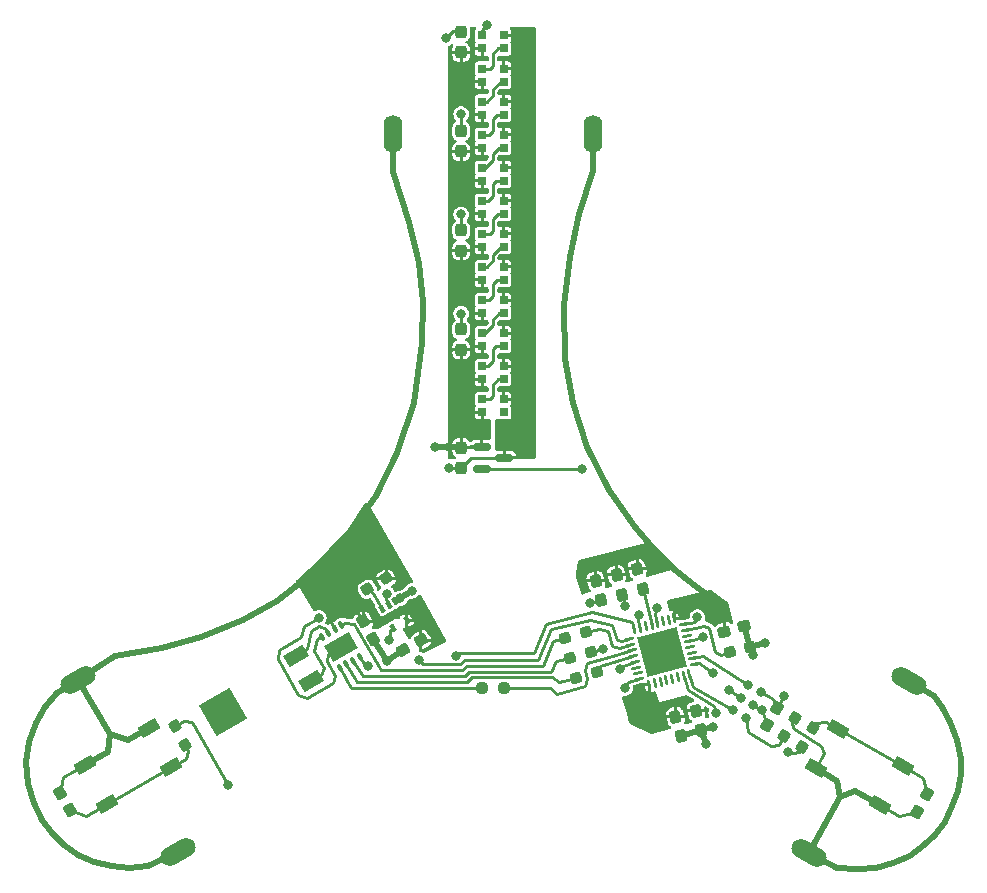
<source format=gbr>
%TF.GenerationSoftware,KiCad,Pcbnew,(7.0.0)*%
%TF.CreationDate,2023-04-30T19:25:26+03:00*%
%TF.ProjectId,LEDSpinner,4c454453-7069-46e6-9e65-722e6b696361,1.0*%
%TF.SameCoordinates,Original*%
%TF.FileFunction,Copper,L1,Top*%
%TF.FilePolarity,Positive*%
%FSLAX46Y46*%
G04 Gerber Fmt 4.6, Leading zero omitted, Abs format (unit mm)*
G04 Created by KiCad (PCBNEW (7.0.0)) date 2023-04-30 19:25:26*
%MOMM*%
%LPD*%
G01*
G04 APERTURE LIST*
G04 Aperture macros list*
%AMRoundRect*
0 Rectangle with rounded corners*
0 $1 Rounding radius*
0 $2 $3 $4 $5 $6 $7 $8 $9 X,Y pos of 4 corners*
0 Add a 4 corners polygon primitive as box body*
4,1,4,$2,$3,$4,$5,$6,$7,$8,$9,$2,$3,0*
0 Add four circle primitives for the rounded corners*
1,1,$1+$1,$2,$3*
1,1,$1+$1,$4,$5*
1,1,$1+$1,$6,$7*
1,1,$1+$1,$8,$9*
0 Add four rect primitives between the rounded corners*
20,1,$1+$1,$2,$3,$4,$5,0*
20,1,$1+$1,$4,$5,$6,$7,0*
20,1,$1+$1,$6,$7,$8,$9,0*
20,1,$1+$1,$8,$9,$2,$3,0*%
%AMHorizOval*
0 Thick line with rounded ends*
0 $1 width*
0 $2 $3 position (X,Y) of the first rounded end (center of the circle)*
0 $4 $5 position (X,Y) of the second rounded end (center of the circle)*
0 Add line between two ends*
20,1,$1,$2,$3,$4,$5,0*
0 Add two circle primitives to create the rounded ends*
1,1,$1,$2,$3*
1,1,$1,$4,$5*%
%AMRotRect*
0 Rectangle, with rotation*
0 The origin of the aperture is its center*
0 $1 length*
0 $2 width*
0 $3 Rotation angle, in degrees counterclockwise*
0 Add horizontal line*
21,1,$1,$2,0,0,$3*%
G04 Aperture macros list end*
%TA.AperFunction,SMDPad,CuDef*%
%ADD10R,0.700000X0.700000*%
%TD*%
%TA.AperFunction,SMDPad,CuDef*%
%ADD11RoundRect,0.237500X0.250000X0.237500X-0.250000X0.237500X-0.250000X-0.237500X0.250000X-0.237500X0*%
%TD*%
%TA.AperFunction,SMDPad,CuDef*%
%ADD12RotRect,1.700000X1.000000X330.000000*%
%TD*%
%TA.AperFunction,SMDPad,CuDef*%
%ADD13RotRect,3.000000X3.000000X300.000000*%
%TD*%
%TA.AperFunction,SMDPad,CuDef*%
%ADD14RoundRect,0.237500X0.355681X-0.141058X0.055681X0.378558X-0.355681X0.141058X-0.055681X-0.378558X0*%
%TD*%
%TA.AperFunction,SMDPad,CuDef*%
%ADD15RoundRect,0.237500X-0.330681X0.097756X-0.080681X-0.335256X0.330681X-0.097756X0.080681X0.335256X0*%
%TD*%
%TA.AperFunction,SMDPad,CuDef*%
%ADD16RoundRect,0.237500X-0.237500X0.300000X-0.237500X-0.300000X0.237500X-0.300000X0.237500X0.300000X0*%
%TD*%
%TA.AperFunction,SMDPad,CuDef*%
%ADD17RoundRect,0.237500X-0.080681X0.335256X-0.330681X-0.097756X0.080681X-0.335256X0.330681X0.097756X0*%
%TD*%
%TA.AperFunction,SMDPad,CuDef*%
%ADD18RoundRect,0.237500X0.180012X0.294112X-0.302951X0.164703X-0.180012X-0.294112X0.302951X-0.164703X0*%
%TD*%
%TA.AperFunction,SMDPad,CuDef*%
%ADD19RoundRect,0.237500X0.307053X-0.228308X0.151762X0.351247X-0.307053X0.228308X-0.151762X-0.351247X0*%
%TD*%
%TA.AperFunction,SMDPad,CuDef*%
%ADD20C,0.800000*%
%TD*%
%TA.AperFunction,SMDPad,CuDef*%
%ADD21RoundRect,0.237500X0.237500X-0.300000X0.237500X0.300000X-0.237500X0.300000X-0.237500X-0.300000X0*%
%TD*%
%TA.AperFunction,SMDPad,CuDef*%
%ADD22RotRect,1.100000X1.900000X120.000000*%
%TD*%
%TA.AperFunction,SMDPad,CuDef*%
%ADD23RotRect,0.650000X0.350000X120.000000*%
%TD*%
%TA.AperFunction,SMDPad,CuDef*%
%ADD24RotRect,1.550000X2.400000X120.000000*%
%TD*%
%TA.AperFunction,SMDPad,CuDef*%
%ADD25RoundRect,0.237500X-0.097756X-0.330681X0.335256X-0.080681X0.097756X0.330681X-0.335256X0.080681X0*%
%TD*%
%TA.AperFunction,SMDPad,CuDef*%
%ADD26RoundRect,0.150000X-0.587500X-0.150000X0.587500X-0.150000X0.587500X0.150000X-0.587500X0.150000X0*%
%TD*%
%TA.AperFunction,SMDPad,CuDef*%
%ADD27RotRect,0.650000X0.400000X300.000000*%
%TD*%
%TA.AperFunction,SMDPad,CuDef*%
%ADD28RoundRect,0.062500X-0.157428X0.346046X0.036687X-0.378398X0.157428X-0.346046X-0.036687X0.378398X0*%
%TD*%
%TA.AperFunction,SMDPad,CuDef*%
%ADD29RoundRect,0.062500X-0.378398X-0.036687X-0.346046X-0.157428X0.378398X0.036687X0.346046X0.157428X0*%
%TD*%
%TA.AperFunction,SMDPad,CuDef*%
%ADD30RotRect,3.450000X3.450000X285.000000*%
%TD*%
%TA.AperFunction,SMDPad,CuDef*%
%ADD31RoundRect,0.237500X-0.141058X-0.355681X0.378558X-0.055681X0.141058X0.355681X-0.378558X0.055681X0*%
%TD*%
%TA.AperFunction,SMDPad,CuDef*%
%ADD32RoundRect,0.237500X0.228308X0.307053X-0.351247X0.151762X-0.228308X-0.307053X0.351247X-0.151762X0*%
%TD*%
%TA.AperFunction,SMDPad,CuDef*%
%ADD33RotRect,1.700000X1.000000X210.000000*%
%TD*%
%TA.AperFunction,SMDPad,CuDef*%
%ADD34RoundRect,0.237500X0.055681X-0.378558X0.355681X0.141058X-0.055681X0.378558X-0.355681X-0.141058X0*%
%TD*%
%TA.AperFunction,SMDPad,CuDef*%
%ADD35RoundRect,0.237500X-0.303818X0.216234X-0.154997X-0.339173X0.303818X-0.216234X0.154997X0.339173X0*%
%TD*%
%TA.AperFunction,SMDPad,CuDef*%
%ADD36RoundRect,0.237500X0.080681X-0.335256X0.330681X0.097756X-0.080681X0.335256X-0.330681X-0.097756X0*%
%TD*%
%TA.AperFunction,SMDPad,CuDef*%
%ADD37RoundRect,0.237500X-0.055681X0.378558X-0.355681X-0.141058X0.055681X-0.378558X0.355681X0.141058X0*%
%TD*%
%TA.AperFunction,ComponentPad*%
%ADD38HorizOval,1.600000X-0.692820X0.400000X0.692820X-0.400000X0*%
%TD*%
%TA.AperFunction,ComponentPad*%
%ADD39O,1.600000X3.200000*%
%TD*%
%TA.AperFunction,ComponentPad*%
%ADD40HorizOval,1.600000X0.692820X0.400000X-0.692820X-0.400000X0*%
%TD*%
%TA.AperFunction,ViaPad*%
%ADD41C,0.800000*%
%TD*%
%TA.AperFunction,Conductor*%
%ADD42C,0.250000*%
%TD*%
%TA.AperFunction,Conductor*%
%ADD43C,0.500000*%
%TD*%
G04 APERTURE END LIST*
D10*
%TO.P,D6,1,DO*%
%TO.N,Net-(D6-DO)*%
X100914999Y-71049999D03*
%TO.P,D6,2,GND*%
%TO.N,GND*%
X100914999Y-69949999D03*
%TO.P,D6,3,DI*%
%TO.N,Net-(D5-DO)*%
X99084999Y-69949999D03*
%TO.P,D6,4,VDD*%
%TO.N,VOUT*%
X99084999Y-71049999D03*
%TD*%
D11*
%TO.P,R6,1*%
%TO.N,Net-(U1-PA5)*%
X100912500Y-111200000D03*
%TO.P,R6,2*%
%TO.N,SPI_CLK*%
X99087500Y-111200000D03*
%TD*%
D12*
%TO.P,SW2,1,1*%
%TO.N,Net-(C8-Pad1)*%
X129222019Y-114679551D03*
X134677979Y-117829551D03*
%TO.P,SW2,2,2*%
%TO.N,+3V0*%
X127322019Y-117970447D03*
X132777979Y-121120447D03*
%TD*%
D10*
%TO.P,D9,1,DO*%
%TO.N,Net-(D10-DI)*%
X100914999Y-79449999D03*
%TO.P,D9,2,GND*%
%TO.N,GND*%
X100914999Y-78349999D03*
%TO.P,D9,3,DI*%
%TO.N,Net-(D8-DO)*%
X99084999Y-78349999D03*
%TO.P,D9,4,VDD*%
%TO.N,VOUT*%
X99084999Y-79449999D03*
%TD*%
D13*
%TO.P,GND,1*%
%TO.N,GND*%
X77149999Y-113199999D03*
%TD*%
D14*
%TO.P,C7,1*%
%TO.N,Net-(C7-Pad1)*%
X64181250Y-121546947D03*
%TO.P,C7,2*%
%TO.N,+3V0*%
X63318750Y-120053053D03*
%TD*%
D10*
%TO.P,D3,1,DO*%
%TO.N,Net-(D3-DO)*%
X100914999Y-62649999D03*
%TO.P,D3,2,GND*%
%TO.N,GND*%
X100914999Y-61549999D03*
%TO.P,D3,3,DI*%
%TO.N,Net-(D2-DO)*%
X99084999Y-61549999D03*
%TO.P,D3,4,VDD*%
%TO.N,VOUT*%
X99084999Y-62649999D03*
%TD*%
D15*
%TO.P,R2,1*%
%TO.N,MOD_BTN*%
X73043750Y-114409752D03*
%TO.P,R2,2*%
%TO.N,Net-(C7-Pad1)*%
X73956250Y-115990248D03*
%TD*%
D10*
%TO.P,D7,1,DO*%
%TO.N,Net-(D7-DO)*%
X100914999Y-73849999D03*
%TO.P,D7,2,GND*%
%TO.N,GND*%
X100914999Y-72749999D03*
%TO.P,D7,3,DI*%
%TO.N,Net-(D6-DO)*%
X99084999Y-72749999D03*
%TO.P,D7,4,VDD*%
%TO.N,VOUT*%
X99084999Y-73849999D03*
%TD*%
%TO.P,D5,1,DO*%
%TO.N,Net-(D5-DO)*%
X100914999Y-68249999D03*
%TO.P,D5,2,GND*%
%TO.N,GND*%
X100914999Y-67149999D03*
%TO.P,D5,3,DI*%
%TO.N,Net-(D4-DO)*%
X99084999Y-67149999D03*
%TO.P,D5,4,VDD*%
%TO.N,VOUT*%
X99084999Y-68249999D03*
%TD*%
%TO.P,D1,1,DO*%
%TO.N,Net-(D1-DO)*%
X100914999Y-57049999D03*
%TO.P,D1,2,GND*%
%TO.N,GND*%
X100914999Y-55949999D03*
%TO.P,D1,3,DI*%
%TO.N,LED_DIN*%
X99084999Y-55949999D03*
%TO.P,D1,4,VDD*%
%TO.N,VOUT*%
X99084999Y-57049999D03*
%TD*%
D16*
%TO.P,C12,1*%
%TO.N,GND*%
X97300000Y-55637500D03*
%TO.P,C12,2*%
%TO.N,VOUT*%
X97300000Y-57362500D03*
%TD*%
D17*
%TO.P,R4,1*%
%TO.N,+3V0*%
X125556250Y-113709752D03*
%TO.P,R4,2*%
%TO.N,Net-(J1-Pin_1)*%
X124643750Y-115290248D03*
%TD*%
D18*
%TO.P,R7,1*%
%TO.N,Net-(U1-PA6)*%
X108781407Y-109863828D03*
%TO.P,R7,2*%
%TO.N,SPI_MISO*%
X107018593Y-110336172D03*
%TD*%
D19*
%TO.P,C4,1*%
%TO.N,GND*%
X117631688Y-114785469D03*
%TO.P,C4,2*%
%TO.N,+3V0*%
X117185226Y-113119247D03*
%TD*%
D20*
%TO.P,J1,1,Pin_1*%
%TO.N,Net-(J1-Pin_1)*%
X121412532Y-113724705D03*
%TO.P,J1,2,Pin_2*%
%TO.N,SWCLK*%
X120330000Y-113099705D03*
%TO.P,J1,3,Pin_3*%
%TO.N,GND*%
X122047532Y-112624852D03*
%TO.P,J1,4,Pin_4*%
%TO.N,SWDIO*%
X120965000Y-111999852D03*
%TO.P,J1,5,Pin_5*%
%TO.N,NRST*%
X122682532Y-111525000D03*
%TO.P,J1,6,Pin_6*%
%TO.N,TRSWO*%
X121600000Y-110900000D03*
%TD*%
D19*
%TO.P,C3,1*%
%TO.N,GND*%
X110905221Y-103285469D03*
%TO.P,C3,2*%
%TO.N,+3V0*%
X110458759Y-101619247D03*
%TD*%
D18*
%TO.P,R1,1*%
%TO.N,GND*%
X121789864Y-107716186D03*
%TO.P,R1,2*%
%TO.N,Net-(U1-PH3)*%
X120027050Y-108188530D03*
%TD*%
D21*
%TO.P,C17,1*%
%TO.N,GND*%
X97300000Y-92562500D03*
%TO.P,C17,2*%
%TO.N,VOUT*%
X97300000Y-90837500D03*
%TD*%
D22*
%TO.P,Y1,1,1*%
%TO.N,OSC32_1*%
X84562499Y-110632531D03*
%TO.P,Y1,2,2*%
%TO.N,OSC32_2*%
X83312499Y-108467467D03*
%TD*%
D10*
%TO.P,D11,1,DO*%
%TO.N,Net-(D11-DO)*%
X100914999Y-85049999D03*
%TO.P,D11,2,GND*%
%TO.N,GND*%
X100914999Y-83949999D03*
%TO.P,D11,3,DI*%
%TO.N,Net-(D10-DO)*%
X99084999Y-83949999D03*
%TO.P,D11,4,VDD*%
%TO.N,VOUT*%
X99084999Y-85049999D03*
%TD*%
D19*
%TO.P,C5,1*%
%TO.N,GND*%
X115881688Y-115285469D03*
%TO.P,C5,2*%
%TO.N,+3V0*%
X115435226Y-113619247D03*
%TD*%
D10*
%TO.P,D12,1,DO*%
%TO.N,unconnected-(D12-DO-Pad1)*%
X100914999Y-87849999D03*
%TO.P,D12,2,GND*%
%TO.N,GND*%
X100914999Y-86749999D03*
%TO.P,D12,3,DI*%
%TO.N,Net-(D11-DO)*%
X99084999Y-86749999D03*
%TO.P,D12,4,VDD*%
%TO.N,VOUT*%
X99084999Y-87849999D03*
%TD*%
D23*
%TO.P,U2,1,CLK*%
%TO.N,SPI_CLK*%
X87030624Y-109529838D03*
%TO.P,U2,2,MISO*%
%TO.N,SPI_MISO*%
X87593541Y-109204838D03*
%TO.P,U2,3,MOSI*%
%TO.N,SPI_MOSI*%
X88156457Y-108879838D03*
%TO.P,U2,4,GND*%
%TO.N,GND*%
X88719374Y-108554838D03*
%TO.P,U2,5,~{CS}*%
%TO.N,RTC_nCS*%
X87169374Y-105870160D03*
%TO.P,U2,6,VCC*%
%TO.N,+3V0*%
X86606457Y-106195160D03*
%TO.P,U2,7,X2*%
%TO.N,OSC32_2*%
X86043541Y-106520160D03*
%TO.P,U2,8,X1*%
%TO.N,OSC32_1*%
X85480624Y-106845160D03*
D24*
%TO.P,U2,9,EP*%
%TO.N,GND*%
X87099999Y-107699999D03*
%TD*%
D25*
%TO.P,R9,1*%
%TO.N,Net-(U3-OC)*%
X89366210Y-102836089D03*
%TO.P,R9,2*%
%TO.N,+3V0*%
X90946706Y-101923589D03*
%TD*%
D14*
%TO.P,C13,1*%
%TO.N,GND*%
X89868750Y-107046947D03*
%TO.P,C13,2*%
%TO.N,+3V0*%
X89006250Y-105553053D03*
%TD*%
D10*
%TO.P,D8,1,DO*%
%TO.N,Net-(D8-DO)*%
X100914999Y-76649999D03*
%TO.P,D8,2,GND*%
%TO.N,GND*%
X100914999Y-75549999D03*
%TO.P,D8,3,DI*%
%TO.N,Net-(D7-DO)*%
X99084999Y-75549999D03*
%TO.P,D8,4,VDD*%
%TO.N,VOUT*%
X99084999Y-76649999D03*
%TD*%
D18*
%TO.P,R5,1*%
%TO.N,Net-(U1-PA4)*%
X107881407Y-106463828D03*
%TO.P,R5,2*%
%TO.N,RTC_nCS*%
X106118593Y-106936172D03*
%TD*%
D16*
%TO.P,C11,1*%
%TO.N,GND*%
X97300000Y-64037500D03*
%TO.P,C11,2*%
%TO.N,VOUT*%
X97300000Y-65762500D03*
%TD*%
D10*
%TO.P,D4,1,DO*%
%TO.N,Net-(D4-DO)*%
X100914999Y-65449999D03*
%TO.P,D4,2,GND*%
%TO.N,GND*%
X100914999Y-64349999D03*
%TO.P,D4,3,DI*%
%TO.N,Net-(D3-DO)*%
X99084999Y-64349999D03*
%TO.P,D4,4,VDD*%
%TO.N,VOUT*%
X99084999Y-65449999D03*
%TD*%
%TO.P,D2,1,DO*%
%TO.N,Net-(D2-DO)*%
X100914999Y-59849999D03*
%TO.P,D2,2,GND*%
%TO.N,GND*%
X100914999Y-58749999D03*
%TO.P,D2,3,DI*%
%TO.N,Net-(D1-DO)*%
X99084999Y-58749999D03*
%TO.P,D2,4,VDD*%
%TO.N,VOUT*%
X99084999Y-59849999D03*
%TD*%
D19*
%TO.P,C2,1*%
%TO.N,GND*%
X109155221Y-103785469D03*
%TO.P,C2,2*%
%TO.N,+3V0*%
X108708759Y-102119247D03*
%TD*%
D16*
%TO.P,C9,1*%
%TO.N,GND*%
X97300000Y-80837500D03*
%TO.P,C9,2*%
%TO.N,VOUT*%
X97300000Y-82562500D03*
%TD*%
D26*
%TO.P,U4,1,VCC*%
%TO.N,VOUT*%
X99062500Y-90750000D03*
%TO.P,U4,2,OUT*%
%TO.N,HALL_OUT*%
X99062500Y-92650000D03*
%TO.P,U4,3,GND*%
%TO.N,GND*%
X100937500Y-91700000D03*
%TD*%
D27*
%TO.P,U3,1,VOUT*%
%TO.N,VOUT*%
X91744374Y-103832114D03*
%TO.P,U3,2,GND*%
%TO.N,GND*%
X91181457Y-104157114D03*
%TO.P,U3,3,OC*%
%TO.N,Net-(U3-OC)*%
X90618540Y-104482114D03*
%TO.P,U3,4,ON*%
%TO.N,LED_EN*%
X91568540Y-106127562D03*
%TO.P,U3,5,VIN*%
%TO.N,+3V0*%
X92694374Y-105477562D03*
%TD*%
D28*
%TO.P,U1,1,VDD*%
%TO.N,+3V0*%
X115357141Y-105303437D03*
%TO.P,U1,2,PC14*%
%TO.N,unconnected-(U1-PC14-Pad2)*%
X114874178Y-105432847D03*
%TO.P,U1,3,PC15*%
%TO.N,unconnected-(U1-PC15-Pad3)*%
X114391215Y-105562257D03*
%TO.P,U1,4,NRST*%
%TO.N,NRST*%
X113908252Y-105691666D03*
%TO.P,U1,5,VDDA*%
%TO.N,Net-(U1-VDDA)*%
X113425289Y-105821076D03*
%TO.P,U1,6,PA0*%
%TO.N,unconnected-(U1-PA0-Pad6)*%
X112942326Y-105950485D03*
%TO.P,U1,7,PA1*%
%TO.N,HALL_OUT*%
X112459363Y-106079895D03*
%TO.P,U1,8,PA2*%
%TO.N,MOD_BTN*%
X111976400Y-106209304D03*
D29*
%TO.P,U1,9,PA3*%
%TO.N,LED_EN*%
X111490264Y-107051316D03*
%TO.P,U1,10,PA4*%
%TO.N,Net-(U1-PA4)*%
X111619674Y-107534279D03*
%TO.P,U1,11,PA5*%
%TO.N,Net-(U1-PA5)*%
X111749084Y-108017242D03*
%TO.P,U1,12,PA6*%
%TO.N,Net-(U1-PA6)*%
X111878493Y-108500205D03*
%TO.P,U1,13,PA7*%
%TO.N,Net-(U1-PA7)*%
X112007903Y-108983168D03*
%TO.P,U1,14,PB0*%
%TO.N,unconnected-(U1-PB0-Pad14)*%
X112137312Y-109466131D03*
%TO.P,U1,15,PB1*%
%TO.N,unconnected-(U1-PB1-Pad15)*%
X112266722Y-109949094D03*
%TO.P,U1,16,VSS*%
%TO.N,GND*%
X112396131Y-110432057D03*
D28*
%TO.P,U1,17,VDD*%
%TO.N,+3V0*%
X113238143Y-110918193D03*
%TO.P,U1,18,PA8*%
%TO.N,unconnected-(U1-PA8-Pad18)*%
X113721106Y-110788783D03*
%TO.P,U1,19,PA9*%
%TO.N,unconnected-(U1-PA9-Pad19)*%
X114204069Y-110659373D03*
%TO.P,U1,20,PA10*%
%TO.N,unconnected-(U1-PA10-Pad20)*%
X114687032Y-110529964D03*
%TO.P,U1,21,PA11*%
%TO.N,unconnected-(U1-PA11-Pad21)*%
X115169995Y-110400554D03*
%TO.P,U1,22,PA12*%
%TO.N,unconnected-(U1-PA12-Pad22)*%
X115652958Y-110271145D03*
%TO.P,U1,23,PA13*%
%TO.N,SWDIO*%
X116135921Y-110141735D03*
%TO.P,U1,24,PA14*%
%TO.N,SWCLK*%
X116618884Y-110012326D03*
D29*
%TO.P,U1,25,PA15*%
%TO.N,SET_BTN*%
X117105020Y-109170314D03*
%TO.P,U1,26,PB3*%
%TO.N,TRSWO*%
X116975610Y-108687351D03*
%TO.P,U1,27,PB4*%
%TO.N,unconnected-(U1-PB4-Pad27)*%
X116846200Y-108204388D03*
%TO.P,U1,28,PB5*%
%TO.N,unconnected-(U1-PB5-Pad28)*%
X116716791Y-107721425D03*
%TO.P,U1,29,PB6*%
%TO.N,LED_DIN*%
X116587381Y-107238462D03*
%TO.P,U1,30,PB7*%
%TO.N,unconnected-(U1-PB7-Pad30)*%
X116457972Y-106755499D03*
%TO.P,U1,31,PH3*%
%TO.N,Net-(U1-PH3)*%
X116328562Y-106272536D03*
%TO.P,U1,32,VSS*%
%TO.N,GND*%
X116199153Y-105789573D03*
D30*
%TO.P,U1,33,VSS*%
X114297641Y-108110814D03*
%TD*%
D18*
%TO.P,R8,1*%
%TO.N,Net-(U1-PA7)*%
X108281407Y-108163828D03*
%TO.P,R8,2*%
%TO.N,SPI_MOSI*%
X106518593Y-108636172D03*
%TD*%
D31*
%TO.P,C14,1*%
%TO.N,GND*%
X92409511Y-108011089D03*
%TO.P,C14,2*%
%TO.N,+3V0*%
X93903405Y-107148589D03*
%TD*%
D32*
%TO.P,C6,1*%
%TO.N,GND*%
X121241568Y-105979127D03*
%TO.P,C6,2*%
%TO.N,+3V0*%
X119575346Y-106425589D03*
%TD*%
D33*
%TO.P,SW1,1,1*%
%TO.N,Net-(C7-Pad1)*%
X72777979Y-117870447D03*
X67322019Y-121020447D03*
%TO.P,SW1,2,2*%
%TO.N,+3V0*%
X70877979Y-114579551D03*
X65422019Y-117729551D03*
%TD*%
D16*
%TO.P,C10,1*%
%TO.N,GND*%
X97300000Y-72437500D03*
%TO.P,C10,2*%
%TO.N,VOUT*%
X97300000Y-74162500D03*
%TD*%
D34*
%TO.P,C1,1*%
%TO.N,GND*%
X123168750Y-114346947D03*
%TO.P,C1,2*%
%TO.N,NRST*%
X124031250Y-112853053D03*
%TD*%
D35*
%TO.P,FB1,1*%
%TO.N,+3V0*%
X112205523Y-101107173D03*
%TO.P,FB1,2*%
%TO.N,Net-(U1-VDDA)*%
X112658457Y-102797543D03*
%TD*%
D10*
%TO.P,D10,1,DO*%
%TO.N,Net-(D10-DO)*%
X100914999Y-82249999D03*
%TO.P,D10,2,GND*%
%TO.N,GND*%
X100914999Y-81149999D03*
%TO.P,D10,3,DI*%
%TO.N,Net-(D10-DI)*%
X99084999Y-81149999D03*
%TO.P,D10,4,VDD*%
%TO.N,VOUT*%
X99084999Y-82249999D03*
%TD*%
D36*
%TO.P,R3,1*%
%TO.N,SET_BTN*%
X126143750Y-116190248D03*
%TO.P,R3,2*%
%TO.N,Net-(C8-Pad1)*%
X127056250Y-114609752D03*
%TD*%
D37*
%TO.P,C8,1*%
%TO.N,Net-(C8-Pad1)*%
X136781250Y-120203053D03*
%TO.P,C8,2*%
%TO.N,+3V0*%
X135918750Y-121696947D03*
%TD*%
D38*
%TO.P,BT3,1,+*%
%TO.N,+3V0*%
X135217499Y-110595075D03*
X126782499Y-125204923D03*
%TD*%
D39*
%TO.P,BT1,1,+*%
%TO.N,+3V0*%
X91564999Y-64299999D03*
X108434999Y-64299999D03*
%TD*%
D40*
%TO.P,BT2,1,+*%
%TO.N,+3V0*%
X73317499Y-125104923D03*
X64882499Y-110495075D03*
%TD*%
D41*
%TO.N,GND*%
X101900000Y-71900000D03*
X101900000Y-85900000D03*
X101900000Y-57900000D03*
X118000000Y-115900000D03*
X97300000Y-71100000D03*
X111197642Y-104210815D03*
X85256458Y-105255339D03*
X97300000Y-79500000D03*
X101900000Y-77500000D03*
X115797642Y-109010815D03*
X101900000Y-60700000D03*
X91000000Y-103200000D03*
X97300000Y-62600000D03*
X96000000Y-56200000D03*
X101900000Y-83100000D03*
X108197642Y-104010815D03*
X89400000Y-109300000D03*
X101900000Y-63500000D03*
X111200000Y-111200000D03*
X101900000Y-80300000D03*
X123000000Y-107400000D03*
X112797642Y-107210815D03*
X122000000Y-108400000D03*
X118600000Y-114500000D03*
X101900000Y-66300000D03*
X122800000Y-113100000D03*
X101900000Y-69100000D03*
X91000000Y-108900000D03*
X113397642Y-109610815D03*
X117300000Y-105200000D03*
X115197642Y-106610815D03*
X96300000Y-92562499D03*
X101900000Y-74700000D03*
X77150000Y-113200000D03*
%TO.N,NRST*%
X124600000Y-111900000D03*
X113900000Y-104400000D03*
%TO.N,+3V0*%
X112000000Y-113800000D03*
X118300000Y-103400000D03*
X119500000Y-104200000D03*
X113300000Y-114500000D03*
%TO.N,VOUT*%
X95100000Y-90800000D03*
X93100000Y-103000000D03*
X92100000Y-103600000D03*
X96300000Y-90800000D03*
%TO.N,LED_DIN*%
X117747642Y-106910815D03*
X99500000Y-55100000D03*
%TO.N,SWDIO*%
X118900000Y-113300000D03*
X120000000Y-111400000D03*
%TO.N,MOD_BTN*%
X96900000Y-108450000D03*
X77600000Y-119400000D03*
%TO.N,SET_BTN*%
X118600000Y-109900000D03*
X125000000Y-116600000D03*
%TO.N,Net-(U1-PA7)*%
X109300000Y-107900000D03*
X110759941Y-109610815D03*
%TO.N,HALL_OUT*%
X107500000Y-92651596D03*
X112397642Y-105010815D03*
%TO.N,LED_EN*%
X91200000Y-107100000D03*
X93700000Y-108800000D03*
%TD*%
D42*
%TO.N,GND*%
X85956458Y-108879839D02*
X86656458Y-110179839D01*
X84256458Y-112079839D02*
X86456458Y-110779839D01*
X112396131Y-110432057D02*
X111400000Y-110700000D01*
D43*
X89868750Y-107046947D02*
X91000000Y-108900000D01*
X121789864Y-107716186D02*
X122000000Y-108400000D01*
D42*
X86056458Y-108279839D02*
X85956458Y-108879839D01*
X110905221Y-103285469D02*
X111197642Y-104210815D01*
X83956458Y-105979839D02*
X83756458Y-106879839D01*
D43*
X117631688Y-114785469D02*
X118000000Y-115900000D01*
D42*
X97300000Y-71100000D02*
X97300000Y-72437500D01*
X117100000Y-105600000D02*
X117300000Y-105200000D01*
D43*
X115881688Y-115285469D02*
X117631688Y-114785469D01*
D42*
X96300000Y-92562499D02*
X97300000Y-92562500D01*
X91181458Y-104157115D02*
X90900000Y-103700000D01*
X97300000Y-55637500D02*
X96600000Y-55600000D01*
X109155221Y-103785469D02*
X108197642Y-104010815D01*
X111400000Y-110700000D02*
X111200000Y-111200000D01*
D43*
X92409511Y-108011089D02*
X91000000Y-108900000D01*
D42*
X86456458Y-110779839D02*
X86656458Y-110179839D01*
X87100000Y-107700000D02*
X86056458Y-108279839D01*
X98162500Y-91700000D02*
X97300000Y-92562500D01*
X81756458Y-108779839D02*
X83456458Y-111779839D01*
X89100000Y-109200000D02*
X89400000Y-109300000D01*
X85256458Y-105255339D02*
X83956458Y-105979839D01*
X100937500Y-91700000D02*
X98162500Y-91700000D01*
D43*
X121789864Y-107716186D02*
X123000000Y-107400000D01*
D42*
X83756458Y-106879839D02*
X81856458Y-107979839D01*
D43*
X117631688Y-114785469D02*
X118600000Y-114500000D01*
D42*
X122800000Y-113100000D02*
X123168750Y-114346947D01*
X81856458Y-107979839D02*
X81756458Y-108779839D01*
D43*
X121241568Y-105979127D02*
X121789864Y-107716186D01*
D42*
X96600000Y-55600000D02*
X96000000Y-56200000D01*
X83456458Y-111779839D02*
X84256458Y-112079839D01*
X90900000Y-103700000D02*
X91000000Y-103200000D01*
X88719375Y-108554839D02*
X89100000Y-109200000D01*
X122047532Y-112624852D02*
X122800000Y-113100000D01*
X97300000Y-64037500D02*
X97300000Y-62600000D01*
X97300000Y-80837500D02*
X97300000Y-79500000D01*
X116199153Y-105789573D02*
X117100000Y-105600000D01*
%TO.N,NRST*%
X123700000Y-112100000D02*
X124031250Y-112853053D01*
X124031250Y-112853053D02*
X124600000Y-111900000D01*
X122682532Y-111525000D02*
X123700000Y-112100000D01*
X113700000Y-104900000D02*
X113900000Y-104400000D01*
X113908252Y-105691666D02*
X113700000Y-104900000D01*
D43*
%TO.N,+3V0*%
X139600000Y-118500000D02*
X139600000Y-117200000D01*
D42*
X63600000Y-118700000D02*
X63318750Y-120053053D01*
D43*
X83221818Y-102621818D02*
X81700000Y-103800000D01*
X93300000Y-87100000D02*
X91900000Y-91300000D01*
X109800000Y-94400000D02*
X112000000Y-97600000D01*
X108000000Y-90800000D02*
X109800000Y-94400000D01*
D42*
X128000000Y-116700000D02*
X127322020Y-117970448D01*
D43*
X67600000Y-115100000D02*
X69103848Y-115603848D01*
X61100000Y-120900000D02*
X61800000Y-122400000D01*
X117000000Y-102500000D02*
X118300000Y-103400000D01*
X108435000Y-64300000D02*
X108500000Y-67400000D01*
X137300000Y-111900000D02*
X135217500Y-110595076D01*
X138300000Y-122500000D02*
X138900000Y-121200000D01*
D42*
X134400000Y-122000000D02*
X135918750Y-121696947D01*
D43*
X78800000Y-105400000D02*
X75300000Y-106900000D01*
X136500000Y-124500000D02*
X137400000Y-123600000D01*
X66200000Y-125900000D02*
X67700000Y-126300000D01*
X64900000Y-125300000D02*
X66200000Y-125900000D01*
X91900000Y-91300000D02*
X90100000Y-94900000D01*
D42*
X65422020Y-117729552D02*
X63600000Y-118700000D01*
D43*
X65422020Y-117729552D02*
X67392116Y-116592116D01*
X67600000Y-115100000D02*
X67392116Y-116592116D01*
X62700000Y-123500000D02*
X63700000Y-124500000D01*
X69200000Y-126400000D02*
X70800000Y-126300000D01*
X61800000Y-122400000D02*
X62700000Y-123500000D01*
X127322020Y-117970448D02*
X129165321Y-119034679D01*
X106100000Y-83300000D02*
X106800000Y-87100000D01*
X92900000Y-71700000D02*
X93700000Y-75200000D01*
X114600000Y-100500000D02*
X117000000Y-102500000D01*
X64882500Y-110495076D02*
X67600000Y-115100000D01*
X83221818Y-102621818D02*
X84900000Y-101100000D01*
X69103848Y-115603848D02*
X70877980Y-114579552D01*
X139300000Y-115600000D02*
X138700000Y-114100000D01*
X129400000Y-120400000D02*
X129165321Y-119034679D01*
D42*
X132777980Y-121120448D02*
X134400000Y-122000000D01*
D43*
X126782500Y-125204924D02*
X129400000Y-120400000D01*
X60600000Y-119300000D02*
X61100000Y-120900000D01*
X63100000Y-111600000D02*
X62100000Y-112800000D01*
X75300000Y-106900000D02*
X72000000Y-107800000D01*
X130900000Y-126500000D02*
X132400000Y-126400000D01*
X91500000Y-67500000D02*
X92900000Y-71700000D01*
X129400000Y-120400000D02*
X130686860Y-119913140D01*
D42*
X89006250Y-105553053D02*
X88200000Y-104300000D01*
X86200000Y-105500000D02*
X86300000Y-104800000D01*
D43*
X62100000Y-112800000D02*
X61300000Y-114200000D01*
X64882500Y-110495076D02*
X63100000Y-111600000D01*
X67700000Y-126300000D02*
X69200000Y-126400000D01*
X137400000Y-123600000D02*
X138300000Y-122500000D01*
X107300000Y-71100000D02*
X106500000Y-74700000D01*
X112000000Y-97600000D02*
X114600000Y-100500000D01*
X138700000Y-114100000D02*
X138000000Y-112800000D01*
X72000000Y-107800000D02*
X68000000Y-108500000D01*
X126782500Y-125204924D02*
X129100000Y-126400000D01*
X81700000Y-103800000D02*
X78800000Y-105400000D01*
X68000000Y-108500000D02*
X64882500Y-110495076D01*
X94100000Y-78500000D02*
X94000000Y-82000000D01*
X63700000Y-124500000D02*
X64900000Y-125300000D01*
X133900000Y-126000000D02*
X135300000Y-125400000D01*
X87900000Y-98000000D02*
X84900000Y-101100000D01*
X60500000Y-117500000D02*
X60600000Y-119300000D01*
X108500000Y-67400000D02*
X107300000Y-71100000D01*
X93700000Y-75200000D02*
X94100000Y-78500000D01*
X90100000Y-94900000D02*
X87900000Y-98000000D01*
X135300000Y-125400000D02*
X136500000Y-124500000D01*
D42*
X125400000Y-114600000D02*
X127800000Y-116100000D01*
D43*
X130686860Y-119913140D02*
X132777980Y-121120448D01*
X106800000Y-87100000D02*
X108000000Y-90800000D01*
X129100000Y-126400000D02*
X130900000Y-126500000D01*
D42*
X86606458Y-106195161D02*
X86200000Y-105500000D01*
D43*
X91565000Y-64300000D02*
X91500000Y-67500000D01*
X138900000Y-121200000D02*
X139400000Y-119900000D01*
X106000000Y-78800000D02*
X106100000Y-83300000D01*
D42*
X88200000Y-104300000D02*
X87500000Y-104100000D01*
D43*
X70800000Y-126300000D02*
X73317500Y-125104924D01*
D42*
X127800000Y-116100000D02*
X128000000Y-116700000D01*
X86300000Y-104800000D02*
X87500000Y-104100000D01*
D43*
X61300000Y-114200000D02*
X60700000Y-115800000D01*
X60700000Y-115800000D02*
X60500000Y-117500000D01*
D42*
X125556250Y-113709752D02*
X125300000Y-114100000D01*
D43*
X139600000Y-117200000D02*
X139300000Y-115600000D01*
X94000000Y-82000000D02*
X93300000Y-87100000D01*
X106500000Y-74700000D02*
X106000000Y-78800000D01*
X139400000Y-119900000D02*
X139600000Y-118500000D01*
D42*
X125300000Y-114100000D02*
X125400000Y-114600000D01*
D43*
X132400000Y-126400000D02*
X133900000Y-126000000D01*
X138000000Y-112800000D02*
X137300000Y-111900000D01*
D42*
%TO.N,Net-(C7-Pad1)*%
X67322020Y-121020448D02*
X72777980Y-117870448D01*
X72777980Y-117870448D02*
X74000000Y-117200000D01*
X74000000Y-117200000D02*
X74200000Y-116500000D01*
X67322020Y-121020448D02*
X65500000Y-122000000D01*
X65500000Y-122000000D02*
X64181250Y-121546947D01*
X74200000Y-116500000D02*
X73956250Y-115990248D01*
%TO.N,Net-(C8-Pad1)*%
X127300000Y-114200000D02*
X127056250Y-114609752D01*
X134677980Y-117829552D02*
X136400000Y-118800000D01*
X129222020Y-114679552D02*
X128200000Y-114100000D01*
X136400000Y-118800000D02*
X136781250Y-120203053D01*
X128200000Y-114100000D02*
X127300000Y-114200000D01*
X134677980Y-117829552D02*
X129222020Y-114679552D01*
D43*
%TO.N,VOUT*%
X95100000Y-90800000D02*
X96300000Y-90800000D01*
X92100000Y-103600000D02*
X93100000Y-103000000D01*
D42*
X99062500Y-90750000D02*
X97387500Y-90750000D01*
D43*
X96300000Y-90800000D02*
X96814084Y-90798690D01*
X91744375Y-103832115D02*
X92100000Y-103600000D01*
D42*
X97387500Y-90750000D02*
X97300000Y-90837500D01*
D43*
X96814084Y-90798690D02*
X97300000Y-90837500D01*
D42*
%TO.N,Net-(D1-DO)*%
X99750000Y-58750000D02*
X100000000Y-58500000D01*
X100000000Y-58500000D02*
X100000000Y-57500000D01*
X99085000Y-58750000D02*
X99750000Y-58750000D01*
X100000000Y-57500000D02*
X100450000Y-57050000D01*
X100450000Y-57050000D02*
X100915000Y-57050000D01*
%TO.N,LED_DIN*%
X99084712Y-55515287D02*
X99500000Y-55100000D01*
X99085000Y-55950000D02*
X99084712Y-55515287D01*
X116587381Y-107238462D02*
X117747642Y-106910815D01*
%TO.N,Net-(D2-DO)*%
X99450000Y-61550000D02*
X100000000Y-61000000D01*
X100000000Y-60500000D02*
X100650000Y-59850000D01*
X100650000Y-59850000D02*
X100915000Y-59850000D01*
X100000000Y-61000000D02*
X100000000Y-60500000D01*
X99085000Y-61550000D02*
X99450000Y-61550000D01*
%TO.N,Net-(D3-DO)*%
X100000000Y-63000000D02*
X100350000Y-62650000D01*
X99085000Y-64350000D02*
X99650000Y-64350000D01*
X99650000Y-64350000D02*
X100000000Y-64000000D01*
X100350000Y-62650000D02*
X100915000Y-62650000D01*
X100000000Y-64000000D02*
X100000000Y-63000000D01*
%TO.N,Net-(D4-DO)*%
X100000000Y-66000000D02*
X100000000Y-66500000D01*
X99350000Y-67150000D02*
X99085000Y-67150000D01*
X100000000Y-66500000D02*
X99350000Y-67150000D01*
X100550000Y-65450000D02*
X100000000Y-66000000D01*
X100915000Y-65450000D02*
X100550000Y-65450000D01*
%TO.N,Net-(D5-DO)*%
X100250000Y-68250000D02*
X100915000Y-68250000D01*
X99550000Y-69950000D02*
X100000000Y-69500000D01*
X100000000Y-69500000D02*
X100000000Y-68500000D01*
X100000000Y-68500000D02*
X100250000Y-68250000D01*
X99085000Y-69950000D02*
X99550000Y-69950000D01*
%TO.N,Net-(D6-DO)*%
X99750000Y-72750000D02*
X100000000Y-72500000D01*
X99085000Y-72750000D02*
X99750000Y-72750000D01*
X100000000Y-71500000D02*
X100450000Y-71050000D01*
X100450000Y-71050000D02*
X100915000Y-71050000D01*
X100000000Y-72500000D02*
X100000000Y-71500000D01*
%TO.N,Net-(D7-DO)*%
X100650000Y-73850000D02*
X100000000Y-74500000D01*
X100000000Y-74500000D02*
X100000000Y-75000000D01*
X100000000Y-75000000D02*
X99450000Y-75550000D01*
X99450000Y-75550000D02*
X99085000Y-75550000D01*
X100915000Y-73850000D02*
X100650000Y-73850000D01*
%TO.N,Net-(D8-DO)*%
X100350000Y-76650000D02*
X100915000Y-76650000D01*
X100000000Y-77000000D02*
X100350000Y-76650000D01*
X99085000Y-78350000D02*
X99650000Y-78350000D01*
X99650000Y-78350000D02*
X100000000Y-78000000D01*
X100000000Y-78000000D02*
X100000000Y-77000000D01*
%TO.N,Net-(D10-DI)*%
X99085000Y-81150000D02*
X99350000Y-81150000D01*
X100000000Y-80500000D02*
X100000000Y-80000000D01*
X99350000Y-81150000D02*
X100000000Y-80500000D01*
X100550000Y-79450000D02*
X100915000Y-79450000D01*
X100000000Y-80000000D02*
X100550000Y-79450000D01*
%TO.N,Net-(D10-DO)*%
X100000000Y-83500000D02*
X99550000Y-83950000D01*
X100915000Y-82250000D02*
X100250000Y-82250000D01*
X99550000Y-83950000D02*
X99085000Y-83950000D01*
X100000000Y-82500000D02*
X100000000Y-83500000D01*
X100250000Y-82250000D02*
X100000000Y-82500000D01*
%TO.N,Net-(D11-DO)*%
X100450000Y-85050000D02*
X100915000Y-85050000D01*
X100000000Y-86500000D02*
X100000000Y-85500000D01*
X99750000Y-86750000D02*
X100000000Y-86500000D01*
X100000000Y-85500000D02*
X100450000Y-85050000D01*
X99085000Y-86750000D02*
X99750000Y-86750000D01*
%TO.N,Net-(J1-Pin_1)*%
X123500000Y-116100000D02*
X121600000Y-114900000D01*
X124200000Y-116000000D02*
X123500000Y-116100000D01*
X124643750Y-115290248D02*
X124200000Y-116000000D01*
X121600000Y-114900000D02*
X121412532Y-113724705D01*
%TO.N,SWCLK*%
X116618884Y-110012326D02*
X116900000Y-111100000D01*
X116900000Y-111100000D02*
X120330000Y-113099705D01*
%TO.N,SWDIO*%
X116500000Y-111400000D02*
X118700000Y-112700000D01*
X118700000Y-112700000D02*
X118900000Y-113300000D01*
X116135921Y-110141735D02*
X116500000Y-111400000D01*
X120000000Y-111400000D02*
X120965000Y-111999852D01*
%TO.N,TRSWO*%
X117800000Y-108500000D02*
X121600000Y-110900000D01*
X116975610Y-108687351D02*
X117800000Y-108500000D01*
%TO.N,Net-(U1-PH3)*%
X119297642Y-108410815D02*
X118797642Y-108110815D01*
X116328562Y-106272536D02*
X117897642Y-105910815D01*
X118797642Y-108110815D02*
X118297642Y-106110815D01*
X120027050Y-108188530D02*
X119297642Y-108410815D01*
X118297642Y-106110815D02*
X117897642Y-105910815D01*
%TO.N,MOD_BTN*%
X74500000Y-114100000D02*
X77600000Y-119400000D01*
X96900000Y-108450000D02*
X97100000Y-108250000D01*
X73850000Y-113950000D02*
X74500000Y-114100000D01*
X103450000Y-108250000D02*
X104500000Y-105750000D01*
X104500000Y-105750000D02*
X108400000Y-104800000D01*
X73043750Y-114409752D02*
X73850000Y-113950000D01*
X97100000Y-108250000D02*
X103450000Y-108250000D01*
X108400000Y-104800000D02*
X111800000Y-105600000D01*
X111800000Y-105600000D02*
X111976400Y-106209304D01*
%TO.N,SET_BTN*%
X125400000Y-116700000D02*
X125000000Y-116600000D01*
X125900000Y-116600000D02*
X125400000Y-116700000D01*
X117105020Y-109170314D02*
X117400000Y-109100000D01*
X126143750Y-116190248D02*
X125900000Y-116600000D01*
X117400000Y-109100000D02*
X118600000Y-109900000D01*
%TO.N,Net-(U1-PA4)*%
X109000000Y-106200000D02*
X109700000Y-106400000D01*
X110700000Y-107800000D02*
X110100000Y-107600000D01*
X107881407Y-106463828D02*
X109000000Y-106200000D01*
X111619674Y-107534279D02*
X110700000Y-107800000D01*
X110100000Y-107600000D02*
X109700000Y-106400000D01*
%TO.N,RTC_nCS*%
X97800000Y-109300000D02*
X104200000Y-109300000D01*
X97400000Y-109700000D02*
X90500000Y-109700000D01*
X87169375Y-105870161D02*
X87456458Y-105679839D01*
X105100000Y-107200000D02*
X104200000Y-109300000D01*
X97800000Y-109300000D02*
X97400000Y-109700000D01*
X106118593Y-106936172D02*
X105100000Y-107200000D01*
X90500000Y-109700000D02*
X88200000Y-105800000D01*
X88200000Y-105800000D02*
X87456458Y-105679839D01*
%TO.N,Net-(U1-PA5)*%
X105400000Y-111700000D02*
X107800000Y-111000000D01*
X111749084Y-108017242D02*
X109797642Y-108581881D01*
X107800000Y-111000000D02*
X108000000Y-110400000D01*
X107800000Y-109700000D02*
X108000000Y-109100000D01*
X104800000Y-111200000D02*
X105400000Y-111700000D01*
X108000000Y-110400000D02*
X107800000Y-109700000D01*
X100912500Y-111200000D02*
X104800000Y-111200000D01*
X108000000Y-109100000D02*
X109797642Y-108581881D01*
%TO.N,SPI_CLK*%
X99087500Y-111200000D02*
X88000000Y-111200000D01*
X88000000Y-111200000D02*
X87030625Y-109529839D01*
%TO.N,Net-(U1-PA6)*%
X109100000Y-109300000D02*
X111878493Y-108500205D01*
X108781407Y-109863828D02*
X109100000Y-109300000D01*
%TO.N,SPI_MISO*%
X88500000Y-110700000D02*
X87593542Y-109204839D01*
X98200000Y-110300000D02*
X97800000Y-110700000D01*
X97800000Y-110700000D02*
X88500000Y-110700000D01*
X105000000Y-110300000D02*
X98200000Y-110300000D01*
X105600000Y-110700000D02*
X105000000Y-110300000D01*
X107018593Y-110336172D02*
X105600000Y-110700000D01*
%TO.N,Net-(U1-PA7)*%
X108281407Y-108163828D02*
X109300000Y-107900000D01*
X112007903Y-108983168D02*
X110997642Y-109310815D01*
X110997642Y-109310815D02*
X110759941Y-109610815D01*
%TO.N,SPI_MOSI*%
X104900000Y-109800000D02*
X105300000Y-108900000D01*
X97600000Y-110200000D02*
X98000000Y-109800000D01*
X89000000Y-110200000D02*
X97600000Y-110200000D01*
X88156458Y-108879839D02*
X89000000Y-110200000D01*
X105300000Y-108900000D02*
X106518593Y-108636172D01*
X98000000Y-109800000D02*
X104900000Y-109800000D01*
%TO.N,Net-(U3-OC)*%
X90618541Y-104482115D02*
X89856458Y-103179839D01*
X89856458Y-103179839D02*
X89366210Y-102836089D01*
%TO.N,Net-(U1-VDDA)*%
X113425289Y-105821076D02*
X112658457Y-102797543D01*
%TO.N,HALL_OUT*%
X102731204Y-92651596D02*
X107500000Y-92651596D01*
X112297642Y-105510815D02*
X112397642Y-105010815D01*
X112459363Y-106079895D02*
X112297642Y-105510815D01*
X99062500Y-92650000D02*
X102731204Y-92651596D01*
%TO.N,LED_EN*%
X97600000Y-108800000D02*
X103800000Y-108800000D01*
X97200000Y-109200000D02*
X97600000Y-108800000D01*
X91568541Y-106127563D02*
X91300000Y-106300000D01*
X110500000Y-107100000D02*
X110900000Y-107200000D01*
X91300000Y-106300000D02*
X91200000Y-107100000D01*
X110900000Y-107200000D02*
X111490264Y-107051316D01*
X93700000Y-108800000D02*
X94100000Y-109200000D01*
X110100000Y-105900000D02*
X110500000Y-107100000D01*
X103800000Y-108800000D02*
X104900000Y-106200000D01*
X108200000Y-105400000D02*
X110100000Y-105900000D01*
X104900000Y-106200000D02*
X108200000Y-105400000D01*
X94100000Y-109200000D02*
X97200000Y-109200000D01*
%TO.N,OSC32_2*%
X84556458Y-106379839D02*
X84256458Y-107879839D01*
X86043542Y-106520161D02*
X85856458Y-106179839D01*
X85256458Y-105979839D02*
X84556458Y-106379839D01*
X84256458Y-107879839D02*
X83312500Y-108467468D01*
X85856458Y-106179839D02*
X85256458Y-105979839D01*
%TO.N,OSC32_1*%
X85480625Y-106845161D02*
X85056458Y-107079839D01*
X85056458Y-107079839D02*
X84856458Y-108079839D01*
X84562500Y-110632532D02*
X85456458Y-110079839D01*
X85456458Y-110079839D02*
X85656458Y-109479839D01*
X85656458Y-109479839D02*
X84856458Y-108079839D01*
%TD*%
%TA.AperFunction,Conductor*%
%TO.N,+3V0*%
G36*
X113394957Y-98818307D02*
G01*
X113450118Y-98850576D01*
X114361306Y-99770078D01*
X115483155Y-100902164D01*
X115514887Y-100957489D01*
X115514921Y-101021270D01*
X115483249Y-101076631D01*
X115428248Y-101108925D01*
X113072859Y-101762886D01*
X113014780Y-101764879D01*
X112962172Y-101740192D01*
X112926588Y-101694248D01*
X112915845Y-101637137D01*
X112932301Y-101581403D01*
X112942665Y-101563453D01*
X112988601Y-101448707D01*
X112992740Y-101431645D01*
X113004594Y-101307499D01*
X113004136Y-101292115D01*
X112996874Y-101245543D01*
X112992295Y-101236746D01*
X112980687Y-101234173D01*
X111499103Y-101234173D01*
X111488160Y-101236724D01*
X111488528Y-101247953D01*
X111587080Y-101615755D01*
X111589137Y-101622059D01*
X111606373Y-101666643D01*
X111613670Y-101680198D01*
X111686009Y-101781785D01*
X111698122Y-101794488D01*
X111795278Y-101870893D01*
X111810485Y-101879673D01*
X111814457Y-101881263D01*
X111863846Y-101917258D01*
X111890044Y-101972474D01*
X111886685Y-102033497D01*
X111854585Y-102085503D01*
X111801543Y-102115860D01*
X111352482Y-102240539D01*
X111284471Y-102240065D01*
X111226941Y-102203789D01*
X111197199Y-102142625D01*
X111204191Y-102074973D01*
X111245072Y-101972855D01*
X111249211Y-101955793D01*
X111261065Y-101831647D01*
X111260607Y-101816263D01*
X111253243Y-101769036D01*
X111251870Y-101762541D01*
X111251019Y-101759364D01*
X111245531Y-101748820D01*
X111233923Y-101746247D01*
X109752339Y-101746247D01*
X109741396Y-101748798D01*
X109741764Y-101760027D01*
X109843551Y-102139902D01*
X109845609Y-102146211D01*
X109862844Y-102190789D01*
X109870144Y-102204349D01*
X109942478Y-102305930D01*
X109954598Y-102318641D01*
X110053403Y-102396343D01*
X110093092Y-102450909D01*
X110098333Y-102518179D01*
X110067575Y-102578235D01*
X110009924Y-102613293D01*
X109608842Y-102724651D01*
X109540831Y-102724177D01*
X109483301Y-102687900D01*
X109453559Y-102626736D01*
X109460552Y-102559084D01*
X109495071Y-102472858D01*
X109499211Y-102455793D01*
X109511065Y-102331647D01*
X109510607Y-102316263D01*
X109503243Y-102269036D01*
X109501870Y-102262541D01*
X109501019Y-102259364D01*
X109495531Y-102248820D01*
X109483923Y-102246247D01*
X108002339Y-102246247D01*
X107991396Y-102248798D01*
X107991764Y-102260027D01*
X108093551Y-102639902D01*
X108095609Y-102646211D01*
X108112844Y-102690789D01*
X108120144Y-102704349D01*
X108192478Y-102805930D01*
X108204594Y-102818637D01*
X108290132Y-102885905D01*
X108329821Y-102940472D01*
X108335062Y-103007742D01*
X108304304Y-103067798D01*
X108246653Y-103102856D01*
X107613728Y-103278584D01*
X107550698Y-103279456D01*
X107495384Y-103249225D01*
X107462080Y-103195705D01*
X107433395Y-103102856D01*
X107063902Y-101906846D01*
X107906452Y-101906846D01*
X107906910Y-101922230D01*
X107914274Y-101969457D01*
X107915647Y-101975952D01*
X107916498Y-101979129D01*
X107921986Y-101989673D01*
X107933595Y-101992247D01*
X108565433Y-101992247D01*
X108578308Y-101988796D01*
X108581759Y-101975921D01*
X108835759Y-101975921D01*
X108839209Y-101988796D01*
X108852085Y-101992247D01*
X109415179Y-101992247D01*
X109426121Y-101989695D01*
X109425753Y-101978466D01*
X109323966Y-101598591D01*
X109321908Y-101592282D01*
X109304673Y-101547704D01*
X109297373Y-101534144D01*
X109225039Y-101432563D01*
X109212923Y-101419856D01*
X109196380Y-101406846D01*
X109656452Y-101406846D01*
X109656910Y-101422230D01*
X109664274Y-101469457D01*
X109665647Y-101475952D01*
X109666498Y-101479129D01*
X109671986Y-101489673D01*
X109683595Y-101492247D01*
X110315433Y-101492247D01*
X110328308Y-101488796D01*
X110331759Y-101475921D01*
X110585759Y-101475921D01*
X110589209Y-101488796D01*
X110602085Y-101492247D01*
X111165179Y-101492247D01*
X111176121Y-101489695D01*
X111175753Y-101478466D01*
X111073966Y-101098591D01*
X111071908Y-101092282D01*
X111054673Y-101047704D01*
X111047373Y-101034144D01*
X110975039Y-100932563D01*
X110962923Y-100919856D01*
X110946380Y-100906846D01*
X111406451Y-100906846D01*
X111406909Y-100922230D01*
X111414171Y-100968802D01*
X111418750Y-100977599D01*
X111430359Y-100980173D01*
X112062197Y-100980173D01*
X112075072Y-100976722D01*
X112078523Y-100963847D01*
X112332523Y-100963847D01*
X112335973Y-100976722D01*
X112348849Y-100980173D01*
X112911943Y-100980173D01*
X112922885Y-100977621D01*
X112922517Y-100966392D01*
X112823965Y-100598590D01*
X112821908Y-100592286D01*
X112804672Y-100547702D01*
X112797375Y-100534147D01*
X112725036Y-100432560D01*
X112712923Y-100419857D01*
X112615767Y-100343452D01*
X112600564Y-100334675D01*
X112485817Y-100288737D01*
X112468759Y-100284600D01*
X112344621Y-100272745D01*
X112341160Y-100272849D01*
X112335454Y-100275199D01*
X112332523Y-100287391D01*
X112332523Y-100963847D01*
X112078523Y-100963847D01*
X112078523Y-100348990D01*
X112075971Y-100338047D01*
X112064742Y-100338415D01*
X111732305Y-100427491D01*
X111725983Y-100429553D01*
X111681406Y-100446786D01*
X111667850Y-100454084D01*
X111566266Y-100526422D01*
X111553562Y-100538535D01*
X111477158Y-100635689D01*
X111468380Y-100650894D01*
X111422444Y-100765638D01*
X111418305Y-100782700D01*
X111406451Y-100906846D01*
X110946380Y-100906846D01*
X110865768Y-100843452D01*
X110850565Y-100834675D01*
X110735818Y-100788737D01*
X110718760Y-100784600D01*
X110594617Y-100772745D01*
X110593330Y-100772783D01*
X110588690Y-100774694D01*
X110585759Y-100786886D01*
X110585759Y-101475921D01*
X110331759Y-101475921D01*
X110331759Y-100848123D01*
X110329207Y-100837180D01*
X110317978Y-100837548D01*
X109982306Y-100927491D01*
X109975984Y-100929553D01*
X109931408Y-100946786D01*
X109917853Y-100954083D01*
X109816266Y-101026422D01*
X109803563Y-101038535D01*
X109727158Y-101135691D01*
X109718381Y-101150894D01*
X109672445Y-101265638D01*
X109668306Y-101282700D01*
X109656452Y-101406846D01*
X109196380Y-101406846D01*
X109115768Y-101343452D01*
X109100565Y-101334675D01*
X108985818Y-101288737D01*
X108968760Y-101284600D01*
X108844617Y-101272745D01*
X108843330Y-101272783D01*
X108838690Y-101274694D01*
X108835759Y-101286886D01*
X108835759Y-101975921D01*
X108581759Y-101975921D01*
X108581759Y-101348123D01*
X108579207Y-101337180D01*
X108567978Y-101337548D01*
X108232306Y-101427491D01*
X108225984Y-101429553D01*
X108181408Y-101446786D01*
X108167853Y-101454083D01*
X108066266Y-101526422D01*
X108053563Y-101538535D01*
X107977158Y-101635691D01*
X107968381Y-101650894D01*
X107922445Y-101765638D01*
X107918306Y-101782700D01*
X107906452Y-101906846D01*
X107063902Y-101906846D01*
X107008420Y-101727257D01*
X107004338Y-101671802D01*
X107031962Y-101492247D01*
X107187571Y-100480784D01*
X107203848Y-100435763D01*
X107235969Y-100400262D01*
X107279140Y-100379576D01*
X113331055Y-98817792D01*
X113394957Y-98818307D01*
G37*
%TD.AperFunction*%
%TD*%
%TA.AperFunction,Conductor*%
%TO.N,GND*%
G36*
X103538000Y-55216613D02*
G01*
X103583387Y-55262000D01*
X103600000Y-55324000D01*
X103600000Y-91676000D01*
X103583387Y-91738000D01*
X103538000Y-91783387D01*
X103476000Y-91800000D01*
X101995386Y-91800000D01*
X101976965Y-91795577D01*
X101970346Y-91800000D01*
X100862113Y-91800000D01*
X100827113Y-91765000D01*
X100810500Y-91703000D01*
X100810500Y-91556674D01*
X101064500Y-91556674D01*
X101067950Y-91569549D01*
X101080826Y-91573000D01*
X101902613Y-91573000D01*
X101919072Y-91576951D01*
X101925210Y-91570813D01*
X101928999Y-91556674D01*
X101928999Y-91523075D01*
X101928237Y-91513399D01*
X101915542Y-91433237D01*
X101909586Y-91414907D01*
X101860347Y-91318270D01*
X101849015Y-91302673D01*
X101772326Y-91225984D01*
X101756729Y-91214652D01*
X101660095Y-91165415D01*
X101641757Y-91159456D01*
X101561615Y-91146763D01*
X101551917Y-91146000D01*
X101080826Y-91146000D01*
X101067950Y-91149450D01*
X101064500Y-91162326D01*
X101064500Y-91556674D01*
X100810500Y-91556674D01*
X100810500Y-91162327D01*
X100807049Y-91149451D01*
X100794174Y-91146001D01*
X100324000Y-91146001D01*
X100262000Y-91129388D01*
X100216613Y-91084001D01*
X100200000Y-91022001D01*
X100200000Y-88494187D01*
X100217642Y-88430438D01*
X100265547Y-88384829D01*
X100330085Y-88370336D01*
X100392891Y-88391085D01*
X100431727Y-88417034D01*
X100465699Y-88439734D01*
X100539933Y-88454500D01*
X101290066Y-88454499D01*
X101364301Y-88439734D01*
X101448484Y-88383484D01*
X101504734Y-88299301D01*
X101519500Y-88225067D01*
X101519499Y-87474934D01*
X101504734Y-87400699D01*
X101483178Y-87368439D01*
X101464664Y-87323742D01*
X101464664Y-87275358D01*
X101483180Y-87230657D01*
X101497479Y-87209257D01*
X101506645Y-87187127D01*
X101517810Y-87130997D01*
X101519000Y-87118921D01*
X101519000Y-86893326D01*
X101515549Y-86880450D01*
X101502674Y-86877000D01*
X100912000Y-86877000D01*
X100850000Y-86860387D01*
X100804613Y-86815000D01*
X100788000Y-86753000D01*
X100788000Y-86606674D01*
X101042000Y-86606674D01*
X101045450Y-86619549D01*
X101058326Y-86623000D01*
X101502673Y-86623000D01*
X101515548Y-86619549D01*
X101518999Y-86606674D01*
X101518999Y-86381074D01*
X101517811Y-86369012D01*
X101506645Y-86312870D01*
X101497478Y-86290740D01*
X101454908Y-86227029D01*
X101437970Y-86210091D01*
X101374260Y-86167521D01*
X101352127Y-86158354D01*
X101295997Y-86147189D01*
X101283921Y-86146000D01*
X101058326Y-86146000D01*
X101045450Y-86149450D01*
X101042000Y-86162326D01*
X101042000Y-86606674D01*
X100788000Y-86606674D01*
X100788000Y-86162327D01*
X100784549Y-86149451D01*
X100771674Y-86146001D01*
X100546074Y-86146001D01*
X100534012Y-86147188D01*
X100527685Y-86148447D01*
X100473366Y-86147111D01*
X100424833Y-86122679D01*
X100391405Y-86079843D01*
X100379500Y-86026828D01*
X100379500Y-85773682D01*
X100391405Y-85720665D01*
X100424835Y-85677829D01*
X100473370Y-85653398D01*
X100527686Y-85652064D01*
X100539933Y-85654500D01*
X101290066Y-85654499D01*
X101364301Y-85639734D01*
X101448484Y-85583484D01*
X101504734Y-85499301D01*
X101519500Y-85425067D01*
X101519499Y-84674934D01*
X101504734Y-84600699D01*
X101483178Y-84568439D01*
X101464664Y-84523742D01*
X101464664Y-84475358D01*
X101483180Y-84430657D01*
X101497479Y-84409257D01*
X101506645Y-84387127D01*
X101517810Y-84330997D01*
X101519000Y-84318921D01*
X101519000Y-84093326D01*
X101515549Y-84080450D01*
X101502674Y-84077000D01*
X100912000Y-84077000D01*
X100850000Y-84060387D01*
X100804613Y-84015000D01*
X100788000Y-83953000D01*
X100788000Y-83806674D01*
X101042000Y-83806674D01*
X101045450Y-83819549D01*
X101058326Y-83823000D01*
X101502673Y-83823000D01*
X101515548Y-83819549D01*
X101518999Y-83806674D01*
X101518999Y-83581074D01*
X101517811Y-83569012D01*
X101506645Y-83512870D01*
X101497478Y-83490740D01*
X101454908Y-83427029D01*
X101437970Y-83410091D01*
X101374260Y-83367521D01*
X101352127Y-83358354D01*
X101295997Y-83347189D01*
X101283921Y-83346000D01*
X101058326Y-83346000D01*
X101045450Y-83349450D01*
X101042000Y-83362326D01*
X101042000Y-83806674D01*
X100788000Y-83806674D01*
X100788000Y-83362327D01*
X100784549Y-83349451D01*
X100771674Y-83346001D01*
X100546074Y-83346001D01*
X100534012Y-83347188D01*
X100527685Y-83348447D01*
X100473366Y-83347111D01*
X100424833Y-83322679D01*
X100391405Y-83279843D01*
X100379500Y-83226828D01*
X100379500Y-82973682D01*
X100391405Y-82920665D01*
X100424835Y-82877829D01*
X100473370Y-82853398D01*
X100527686Y-82852064D01*
X100539933Y-82854500D01*
X101290066Y-82854499D01*
X101364301Y-82839734D01*
X101448484Y-82783484D01*
X101504734Y-82699301D01*
X101519500Y-82625067D01*
X101519499Y-81874934D01*
X101504734Y-81800699D01*
X101483178Y-81768439D01*
X101464664Y-81723742D01*
X101464664Y-81675358D01*
X101483180Y-81630657D01*
X101497479Y-81609257D01*
X101506645Y-81587127D01*
X101517810Y-81530997D01*
X101519000Y-81518921D01*
X101519000Y-81293326D01*
X101515549Y-81280450D01*
X101502674Y-81277000D01*
X100912000Y-81277000D01*
X100850000Y-81260387D01*
X100804613Y-81215000D01*
X100788000Y-81153000D01*
X100788000Y-81006674D01*
X101042000Y-81006674D01*
X101045450Y-81019549D01*
X101058326Y-81023000D01*
X101502673Y-81023000D01*
X101515548Y-81019549D01*
X101518999Y-81006674D01*
X101518999Y-80781074D01*
X101517811Y-80769012D01*
X101506645Y-80712870D01*
X101497478Y-80690740D01*
X101454908Y-80627029D01*
X101437970Y-80610091D01*
X101374260Y-80567521D01*
X101352127Y-80558354D01*
X101295997Y-80547189D01*
X101283921Y-80546000D01*
X101058326Y-80546000D01*
X101045450Y-80549450D01*
X101042000Y-80562326D01*
X101042000Y-81006674D01*
X100788000Y-81006674D01*
X100788000Y-80562327D01*
X100784549Y-80549451D01*
X100771674Y-80546001D01*
X100546074Y-80546001D01*
X100534012Y-80547188D01*
X100527685Y-80548447D01*
X100473366Y-80547111D01*
X100424833Y-80522679D01*
X100391405Y-80479843D01*
X100379500Y-80426828D01*
X100379500Y-80208557D01*
X100388939Y-80161105D01*
X100415817Y-80120877D01*
X100446445Y-80090248D01*
X100492355Y-80061176D01*
X100539933Y-80055310D01*
X100539933Y-80054500D01*
X101290066Y-80054499D01*
X101364301Y-80039734D01*
X101448484Y-79983484D01*
X101504734Y-79899301D01*
X101519500Y-79825067D01*
X101519499Y-79074934D01*
X101504734Y-79000699D01*
X101483178Y-78968439D01*
X101464664Y-78923742D01*
X101464664Y-78875358D01*
X101483180Y-78830657D01*
X101497479Y-78809257D01*
X101506645Y-78787127D01*
X101517810Y-78730997D01*
X101519000Y-78718921D01*
X101519000Y-78493326D01*
X101515549Y-78480450D01*
X101502674Y-78477000D01*
X100912000Y-78477000D01*
X100850000Y-78460387D01*
X100804613Y-78415000D01*
X100788000Y-78353000D01*
X100788000Y-78206674D01*
X101042000Y-78206674D01*
X101045450Y-78219549D01*
X101058326Y-78223000D01*
X101502673Y-78223000D01*
X101515548Y-78219549D01*
X101518999Y-78206674D01*
X101518999Y-77981074D01*
X101517811Y-77969012D01*
X101506645Y-77912870D01*
X101497478Y-77890740D01*
X101454908Y-77827029D01*
X101437970Y-77810091D01*
X101374260Y-77767521D01*
X101352127Y-77758354D01*
X101295997Y-77747189D01*
X101283921Y-77746000D01*
X101058326Y-77746000D01*
X101045450Y-77749450D01*
X101042000Y-77762326D01*
X101042000Y-78206674D01*
X100788000Y-78206674D01*
X100788000Y-77762327D01*
X100784549Y-77749451D01*
X100771674Y-77746001D01*
X100546074Y-77746001D01*
X100534012Y-77747188D01*
X100527685Y-77748447D01*
X100473366Y-77747111D01*
X100424833Y-77722679D01*
X100391405Y-77679843D01*
X100379500Y-77626828D01*
X100379500Y-77373682D01*
X100391405Y-77320665D01*
X100424835Y-77277829D01*
X100473370Y-77253398D01*
X100527686Y-77252064D01*
X100539933Y-77254500D01*
X101290066Y-77254499D01*
X101364301Y-77239734D01*
X101448484Y-77183484D01*
X101504734Y-77099301D01*
X101519500Y-77025067D01*
X101519499Y-76274934D01*
X101504734Y-76200699D01*
X101483178Y-76168439D01*
X101464664Y-76123742D01*
X101464664Y-76075358D01*
X101483180Y-76030657D01*
X101497479Y-76009257D01*
X101506645Y-75987127D01*
X101517810Y-75930997D01*
X101519000Y-75918921D01*
X101519000Y-75693326D01*
X101515549Y-75680450D01*
X101502674Y-75677000D01*
X100912000Y-75677000D01*
X100850000Y-75660387D01*
X100804613Y-75615000D01*
X100788000Y-75553000D01*
X100788000Y-75406674D01*
X101042000Y-75406674D01*
X101045450Y-75419549D01*
X101058326Y-75423000D01*
X101502673Y-75423000D01*
X101515548Y-75419549D01*
X101518999Y-75406674D01*
X101518999Y-75181074D01*
X101517811Y-75169012D01*
X101506645Y-75112870D01*
X101497478Y-75090740D01*
X101454908Y-75027029D01*
X101437970Y-75010091D01*
X101374260Y-74967521D01*
X101352127Y-74958354D01*
X101295997Y-74947189D01*
X101283921Y-74946000D01*
X101058326Y-74946000D01*
X101045450Y-74949450D01*
X101042000Y-74962326D01*
X101042000Y-75406674D01*
X100788000Y-75406674D01*
X100788000Y-74962327D01*
X100784549Y-74949451D01*
X100771674Y-74946001D01*
X100546074Y-74946001D01*
X100534012Y-74947188D01*
X100527685Y-74948447D01*
X100473366Y-74947111D01*
X100424833Y-74922679D01*
X100391405Y-74879843D01*
X100379500Y-74826828D01*
X100379500Y-74708556D01*
X100388939Y-74661103D01*
X100415816Y-74620877D01*
X100545877Y-74490815D01*
X100586103Y-74463938D01*
X100633556Y-74454499D01*
X101283976Y-74454499D01*
X101290066Y-74454499D01*
X101364301Y-74439734D01*
X101448484Y-74383484D01*
X101504734Y-74299301D01*
X101519500Y-74225067D01*
X101519499Y-73474934D01*
X101504734Y-73400699D01*
X101483178Y-73368439D01*
X101464664Y-73323742D01*
X101464664Y-73275358D01*
X101483180Y-73230657D01*
X101497479Y-73209257D01*
X101506645Y-73187127D01*
X101517810Y-73130997D01*
X101519000Y-73118921D01*
X101519000Y-72893326D01*
X101515549Y-72880450D01*
X101502674Y-72877000D01*
X100912000Y-72877000D01*
X100850000Y-72860387D01*
X100804613Y-72815000D01*
X100788000Y-72753000D01*
X100788000Y-72606674D01*
X101042000Y-72606674D01*
X101045450Y-72619549D01*
X101058326Y-72623000D01*
X101502673Y-72623000D01*
X101515548Y-72619549D01*
X101518999Y-72606674D01*
X101518999Y-72381074D01*
X101517811Y-72369012D01*
X101506645Y-72312870D01*
X101497478Y-72290740D01*
X101454908Y-72227029D01*
X101437970Y-72210091D01*
X101374260Y-72167521D01*
X101352127Y-72158354D01*
X101295997Y-72147189D01*
X101283921Y-72146000D01*
X101058326Y-72146000D01*
X101045450Y-72149450D01*
X101042000Y-72162326D01*
X101042000Y-72606674D01*
X100788000Y-72606674D01*
X100788000Y-72162327D01*
X100784549Y-72149451D01*
X100771674Y-72146001D01*
X100546074Y-72146001D01*
X100534012Y-72147188D01*
X100527685Y-72148447D01*
X100473366Y-72147111D01*
X100424833Y-72122679D01*
X100391405Y-72079843D01*
X100379500Y-72026828D01*
X100379500Y-71773682D01*
X100391405Y-71720665D01*
X100424835Y-71677829D01*
X100473370Y-71653398D01*
X100527686Y-71652064D01*
X100539933Y-71654500D01*
X101290066Y-71654499D01*
X101364301Y-71639734D01*
X101448484Y-71583484D01*
X101504734Y-71499301D01*
X101519500Y-71425067D01*
X101519499Y-70674934D01*
X101504734Y-70600699D01*
X101483178Y-70568439D01*
X101464664Y-70523742D01*
X101464664Y-70475358D01*
X101483180Y-70430657D01*
X101497479Y-70409257D01*
X101506645Y-70387127D01*
X101517810Y-70330997D01*
X101519000Y-70318921D01*
X101519000Y-70093326D01*
X101515549Y-70080450D01*
X101502674Y-70077000D01*
X100912000Y-70077000D01*
X100850000Y-70060387D01*
X100804613Y-70015000D01*
X100788000Y-69953000D01*
X100788000Y-69806674D01*
X101042000Y-69806674D01*
X101045450Y-69819549D01*
X101058326Y-69823000D01*
X101502673Y-69823000D01*
X101515548Y-69819549D01*
X101518999Y-69806674D01*
X101518999Y-69581074D01*
X101517811Y-69569012D01*
X101506645Y-69512870D01*
X101497478Y-69490740D01*
X101454908Y-69427029D01*
X101437970Y-69410091D01*
X101374260Y-69367521D01*
X101352127Y-69358354D01*
X101295997Y-69347189D01*
X101283921Y-69346000D01*
X101058326Y-69346000D01*
X101045450Y-69349450D01*
X101042000Y-69362326D01*
X101042000Y-69806674D01*
X100788000Y-69806674D01*
X100788000Y-69362327D01*
X100784549Y-69349451D01*
X100771674Y-69346001D01*
X100546074Y-69346001D01*
X100534012Y-69347188D01*
X100527685Y-69348447D01*
X100473366Y-69347111D01*
X100424833Y-69322679D01*
X100391405Y-69279843D01*
X100379500Y-69226828D01*
X100379500Y-68973682D01*
X100391405Y-68920665D01*
X100424835Y-68877829D01*
X100473370Y-68853398D01*
X100527686Y-68852064D01*
X100539933Y-68854500D01*
X101290066Y-68854499D01*
X101364301Y-68839734D01*
X101448484Y-68783484D01*
X101504734Y-68699301D01*
X101519500Y-68625067D01*
X101519499Y-67874934D01*
X101504734Y-67800699D01*
X101483178Y-67768439D01*
X101464664Y-67723742D01*
X101464664Y-67675358D01*
X101483180Y-67630657D01*
X101497479Y-67609257D01*
X101506645Y-67587127D01*
X101517810Y-67530997D01*
X101519000Y-67518921D01*
X101519000Y-67293326D01*
X101515549Y-67280450D01*
X101502674Y-67277000D01*
X100912000Y-67277000D01*
X100850000Y-67260387D01*
X100804613Y-67215000D01*
X100788000Y-67153000D01*
X100788000Y-67006674D01*
X101042000Y-67006674D01*
X101045450Y-67019549D01*
X101058326Y-67023000D01*
X101502673Y-67023000D01*
X101515548Y-67019549D01*
X101518999Y-67006674D01*
X101518999Y-66781074D01*
X101517811Y-66769012D01*
X101506645Y-66712870D01*
X101497478Y-66690740D01*
X101454908Y-66627029D01*
X101437970Y-66610091D01*
X101374260Y-66567521D01*
X101352127Y-66558354D01*
X101295997Y-66547189D01*
X101283921Y-66546000D01*
X101058326Y-66546000D01*
X101045450Y-66549450D01*
X101042000Y-66562326D01*
X101042000Y-67006674D01*
X100788000Y-67006674D01*
X100788000Y-66562327D01*
X100784549Y-66549451D01*
X100771674Y-66546001D01*
X100546074Y-66546001D01*
X100534012Y-66547188D01*
X100527685Y-66548447D01*
X100473366Y-66547111D01*
X100424833Y-66522679D01*
X100391405Y-66479843D01*
X100379500Y-66426828D01*
X100379500Y-66208557D01*
X100388939Y-66161105D01*
X100415817Y-66120877D01*
X100446445Y-66090248D01*
X100492355Y-66061176D01*
X100539933Y-66055310D01*
X100539933Y-66054500D01*
X101290066Y-66054499D01*
X101364301Y-66039734D01*
X101448484Y-65983484D01*
X101504734Y-65899301D01*
X101519500Y-65825067D01*
X101519499Y-65074934D01*
X101504734Y-65000699D01*
X101483178Y-64968439D01*
X101464664Y-64923742D01*
X101464664Y-64875358D01*
X101483180Y-64830657D01*
X101497479Y-64809257D01*
X101506645Y-64787127D01*
X101517810Y-64730997D01*
X101519000Y-64718921D01*
X101519000Y-64493326D01*
X101515549Y-64480450D01*
X101502674Y-64477000D01*
X100912000Y-64477000D01*
X100850000Y-64460387D01*
X100804613Y-64415000D01*
X100788000Y-64353000D01*
X100788000Y-64206674D01*
X101042000Y-64206674D01*
X101045450Y-64219549D01*
X101058326Y-64223000D01*
X101502673Y-64223000D01*
X101515548Y-64219549D01*
X101518999Y-64206674D01*
X101518999Y-63981074D01*
X101517811Y-63969012D01*
X101506645Y-63912870D01*
X101497478Y-63890740D01*
X101454908Y-63827029D01*
X101437970Y-63810091D01*
X101374260Y-63767521D01*
X101352127Y-63758354D01*
X101295997Y-63747189D01*
X101283921Y-63746000D01*
X101058326Y-63746000D01*
X101045450Y-63749450D01*
X101042000Y-63762326D01*
X101042000Y-64206674D01*
X100788000Y-64206674D01*
X100788000Y-63762327D01*
X100784549Y-63749451D01*
X100771674Y-63746001D01*
X100546074Y-63746001D01*
X100534012Y-63747188D01*
X100527685Y-63748447D01*
X100473366Y-63747111D01*
X100424833Y-63722679D01*
X100391405Y-63679843D01*
X100379500Y-63626828D01*
X100379500Y-63373682D01*
X100391405Y-63320665D01*
X100424835Y-63277829D01*
X100473370Y-63253398D01*
X100527686Y-63252064D01*
X100539933Y-63254500D01*
X101290066Y-63254499D01*
X101364301Y-63239734D01*
X101448484Y-63183484D01*
X101504734Y-63099301D01*
X101519500Y-63025067D01*
X101519499Y-62274934D01*
X101504734Y-62200699D01*
X101483178Y-62168439D01*
X101464664Y-62123742D01*
X101464664Y-62075358D01*
X101483180Y-62030657D01*
X101497479Y-62009257D01*
X101506645Y-61987127D01*
X101517810Y-61930997D01*
X101519000Y-61918921D01*
X101519000Y-61693326D01*
X101515549Y-61680450D01*
X101502674Y-61677000D01*
X100912000Y-61677000D01*
X100850000Y-61660387D01*
X100804613Y-61615000D01*
X100788000Y-61553000D01*
X100788000Y-61406674D01*
X101042000Y-61406674D01*
X101045450Y-61419549D01*
X101058326Y-61423000D01*
X101502673Y-61423000D01*
X101515548Y-61419549D01*
X101518999Y-61406674D01*
X101518999Y-61181074D01*
X101517811Y-61169012D01*
X101506645Y-61112870D01*
X101497478Y-61090740D01*
X101454908Y-61027029D01*
X101437970Y-61010091D01*
X101374260Y-60967521D01*
X101352127Y-60958354D01*
X101295997Y-60947189D01*
X101283921Y-60946000D01*
X101058326Y-60946000D01*
X101045450Y-60949450D01*
X101042000Y-60962326D01*
X101042000Y-61406674D01*
X100788000Y-61406674D01*
X100788000Y-60962327D01*
X100784549Y-60949451D01*
X100771674Y-60946001D01*
X100546074Y-60946001D01*
X100534012Y-60947188D01*
X100527685Y-60948447D01*
X100473366Y-60947111D01*
X100424833Y-60922679D01*
X100391405Y-60879843D01*
X100379500Y-60826828D01*
X100379500Y-60708556D01*
X100388939Y-60661103D01*
X100415816Y-60620877D01*
X100545877Y-60490815D01*
X100586103Y-60463938D01*
X100633556Y-60454499D01*
X101283976Y-60454499D01*
X101290066Y-60454499D01*
X101364301Y-60439734D01*
X101448484Y-60383484D01*
X101504734Y-60299301D01*
X101519500Y-60225067D01*
X101519499Y-59474934D01*
X101504734Y-59400699D01*
X101483178Y-59368439D01*
X101464664Y-59323742D01*
X101464664Y-59275358D01*
X101483180Y-59230657D01*
X101497479Y-59209257D01*
X101506645Y-59187127D01*
X101517810Y-59130997D01*
X101519000Y-59118921D01*
X101519000Y-58893326D01*
X101515549Y-58880450D01*
X101502674Y-58877000D01*
X100912000Y-58877000D01*
X100850000Y-58860387D01*
X100804613Y-58815000D01*
X100788000Y-58753000D01*
X100788000Y-58606674D01*
X101042000Y-58606674D01*
X101045450Y-58619549D01*
X101058326Y-58623000D01*
X101502673Y-58623000D01*
X101515548Y-58619549D01*
X101518999Y-58606674D01*
X101518999Y-58381074D01*
X101517811Y-58369012D01*
X101506645Y-58312870D01*
X101497478Y-58290740D01*
X101454908Y-58227029D01*
X101437970Y-58210091D01*
X101374260Y-58167521D01*
X101352127Y-58158354D01*
X101295997Y-58147189D01*
X101283921Y-58146000D01*
X101058326Y-58146000D01*
X101045450Y-58149450D01*
X101042000Y-58162326D01*
X101042000Y-58606674D01*
X100788000Y-58606674D01*
X100788000Y-58162327D01*
X100784549Y-58149451D01*
X100771674Y-58146001D01*
X100546074Y-58146001D01*
X100534012Y-58147188D01*
X100527685Y-58148447D01*
X100473366Y-58147111D01*
X100424833Y-58122679D01*
X100391405Y-58079843D01*
X100379500Y-58026828D01*
X100379500Y-57773682D01*
X100391405Y-57720665D01*
X100424835Y-57677829D01*
X100473370Y-57653398D01*
X100527686Y-57652064D01*
X100539933Y-57654500D01*
X101290066Y-57654499D01*
X101364301Y-57639734D01*
X101448484Y-57583484D01*
X101504734Y-57499301D01*
X101519500Y-57425067D01*
X101519499Y-56674934D01*
X101504734Y-56600699D01*
X101483178Y-56568439D01*
X101464664Y-56523742D01*
X101464664Y-56475358D01*
X101483180Y-56430657D01*
X101497479Y-56409257D01*
X101506645Y-56387127D01*
X101517810Y-56330997D01*
X101519000Y-56318921D01*
X101519000Y-56093326D01*
X101515549Y-56080450D01*
X101502674Y-56077000D01*
X100912000Y-56077000D01*
X100850000Y-56060387D01*
X100804613Y-56015000D01*
X100788000Y-55953000D01*
X100788000Y-55947000D01*
X100804613Y-55885000D01*
X100850000Y-55839613D01*
X100912000Y-55823000D01*
X101502673Y-55823000D01*
X101515548Y-55819549D01*
X101518999Y-55806674D01*
X101518999Y-55581074D01*
X101517811Y-55569012D01*
X101506645Y-55512870D01*
X101497478Y-55490740D01*
X101454908Y-55427029D01*
X101439560Y-55411681D01*
X101409310Y-55362318D01*
X101404768Y-55304602D01*
X101426923Y-55251115D01*
X101470946Y-55213515D01*
X101527241Y-55200000D01*
X103476000Y-55200000D01*
X103538000Y-55216613D01*
G37*
%TD.AperFunction*%
%TD*%
%TA.AperFunction,Conductor*%
%TO.N,+3V0*%
G36*
X118445409Y-102930273D02*
G01*
X119152716Y-103401810D01*
X119766222Y-103810815D01*
X119860024Y-103873349D01*
X119892654Y-103905168D01*
X119911583Y-103946627D01*
X120328142Y-105623437D01*
X120327864Y-105684329D01*
X120298632Y-105737746D01*
X120247497Y-105770807D01*
X120186789Y-105775540D01*
X120131148Y-105750804D01*
X120058901Y-105693988D01*
X120043698Y-105685211D01*
X119928954Y-105639275D01*
X119911892Y-105635136D01*
X119787746Y-105623282D01*
X119772362Y-105623740D01*
X119725135Y-105631104D01*
X119718640Y-105632477D01*
X119715463Y-105633328D01*
X119704919Y-105638816D01*
X119702346Y-105650425D01*
X119702346Y-106428589D01*
X119685733Y-106490589D01*
X119640346Y-106535976D01*
X119578346Y-106552589D01*
X119572346Y-106552589D01*
X119510346Y-106535976D01*
X119464959Y-106490589D01*
X119448346Y-106428589D01*
X119448346Y-105719169D01*
X119445794Y-105708226D01*
X119434565Y-105708594D01*
X119054690Y-105810381D01*
X119048381Y-105812439D01*
X119003803Y-105829674D01*
X118990243Y-105836974D01*
X118888662Y-105909308D01*
X118875953Y-105921425D01*
X118845373Y-105960312D01*
X118794837Y-105998434D01*
X118732069Y-106006644D01*
X118673428Y-105982803D01*
X118634196Y-105933124D01*
X118624475Y-105910778D01*
X118620378Y-105901359D01*
X118615726Y-105896274D01*
X118612755Y-105890057D01*
X118574608Y-105851221D01*
X118571614Y-105848063D01*
X118541815Y-105815494D01*
X118541813Y-105815492D01*
X118534881Y-105807916D01*
X118528830Y-105804617D01*
X118524001Y-105799701D01*
X118514815Y-105795108D01*
X118514814Y-105795107D01*
X118475316Y-105775357D01*
X118471425Y-105773325D01*
X118432693Y-105752212D01*
X118432692Y-105752211D01*
X118423676Y-105747297D01*
X118417939Y-105746321D01*
X118413515Y-105744458D01*
X118341787Y-105708594D01*
X118121513Y-105598456D01*
X118118379Y-105596611D01*
X118114938Y-105593305D01*
X118105622Y-105588978D01*
X118105619Y-105588976D01*
X118064092Y-105569688D01*
X118060875Y-105568137D01*
X118043822Y-105559611D01*
X118043821Y-105559610D01*
X118039236Y-105557318D01*
X118034895Y-105555983D01*
X118030420Y-105554049D01*
X118000069Y-105539952D01*
X118001096Y-105537740D01*
X117955883Y-105510215D01*
X117925176Y-105449667D01*
X117930955Y-105382024D01*
X117940149Y-105357782D01*
X117959307Y-105200000D01*
X117940149Y-105042218D01*
X117883787Y-104893605D01*
X117793498Y-104762799D01*
X117682118Y-104664124D01*
X117680144Y-104662375D01*
X117680141Y-104662373D01*
X117674529Y-104657401D01*
X117611577Y-104624361D01*
X117540432Y-104587021D01*
X117540429Y-104587019D01*
X117533793Y-104583537D01*
X117506698Y-104576858D01*
X117386752Y-104547294D01*
X117386747Y-104547293D01*
X117379471Y-104545500D01*
X117220529Y-104545500D01*
X117213253Y-104547293D01*
X117213247Y-104547294D01*
X117073489Y-104581742D01*
X117073487Y-104581742D01*
X117066207Y-104583537D01*
X117059573Y-104587018D01*
X117059567Y-104587021D01*
X116932110Y-104653916D01*
X116932106Y-104653918D01*
X116925471Y-104657401D01*
X116919862Y-104662370D01*
X116919855Y-104662375D01*
X116812115Y-104757826D01*
X116806502Y-104762799D01*
X116802247Y-104768963D01*
X116802242Y-104768969D01*
X116720476Y-104887428D01*
X116720473Y-104887432D01*
X116716213Y-104893605D01*
X116713553Y-104900616D01*
X116713551Y-104900622D01*
X116662511Y-105035203D01*
X116659851Y-105042218D01*
X116658947Y-105049658D01*
X116658946Y-105049665D01*
X116640693Y-105200000D01*
X116638913Y-105199783D01*
X116627586Y-105246076D01*
X116588721Y-105290394D01*
X116533783Y-105311758D01*
X116503059Y-105315802D01*
X116503046Y-105315804D01*
X116499032Y-105316333D01*
X116495114Y-105317382D01*
X116495108Y-105317384D01*
X116114142Y-105419463D01*
X116107597Y-105421027D01*
X116102037Y-105422197D01*
X116095255Y-105423625D01*
X116095252Y-105423625D01*
X116090234Y-105424682D01*
X116085454Y-105426550D01*
X116082231Y-105427513D01*
X116073934Y-105430237D01*
X115912662Y-105473450D01*
X115857261Y-105475465D01*
X115806519Y-105453137D01*
X115799265Y-105444618D01*
X115781733Y-105431166D01*
X115769423Y-105428437D01*
X115361033Y-105428437D01*
X115308629Y-105416820D01*
X115266045Y-105384145D01*
X115241259Y-105336534D01*
X115236367Y-105318279D01*
X115232141Y-105286182D01*
X115232141Y-105162111D01*
X115482141Y-105162111D01*
X115485591Y-105174986D01*
X115498467Y-105178437D01*
X115701750Y-105178437D01*
X115712692Y-105175885D01*
X115712324Y-105164656D01*
X115617621Y-104811220D01*
X115615014Y-104803540D01*
X115602410Y-104773111D01*
X115592682Y-104757079D01*
X115534009Y-104687155D01*
X115517641Y-104673420D01*
X115496280Y-104661088D01*
X115485128Y-104658100D01*
X115482141Y-104669251D01*
X115482141Y-105162111D01*
X115232141Y-105162111D01*
X115232141Y-104635304D01*
X115229589Y-104624361D01*
X115218360Y-104624729D01*
X115085895Y-104660223D01*
X115078213Y-104662831D01*
X115075092Y-104664124D01*
X115006290Y-104671707D01*
X114944143Y-104641229D01*
X114908016Y-104582188D01*
X114731094Y-103933475D01*
X114731077Y-103868293D01*
X114764124Y-103812104D01*
X114821103Y-103780442D01*
X118347006Y-102913036D01*
X118398019Y-102911306D01*
X118445409Y-102930273D01*
G37*
%TD.AperFunction*%
%TD*%
%TA.AperFunction,Conductor*%
%TO.N,+3V0*%
G36*
X112788759Y-110768487D02*
G01*
X112796017Y-110777009D01*
X112813551Y-110790463D01*
X112825861Y-110793193D01*
X113234251Y-110793193D01*
X113286655Y-110804810D01*
X113329239Y-110837485D01*
X113354025Y-110885096D01*
X113358917Y-110903351D01*
X113363143Y-110935448D01*
X113363143Y-111586326D01*
X113365694Y-111597268D01*
X113376923Y-111596900D01*
X113509388Y-111561406D01*
X113517068Y-111558799D01*
X113547497Y-111546195D01*
X113563529Y-111536467D01*
X113599644Y-111506163D01*
X113647256Y-111481377D01*
X113700880Y-111479036D01*
X113719684Y-111482351D01*
X113779146Y-111510575D01*
X113815788Y-111565255D01*
X114092714Y-112396033D01*
X114092715Y-112396035D01*
X114097642Y-112410815D01*
X116396038Y-111821482D01*
X116444299Y-111818834D01*
X116489910Y-111834841D01*
X116994145Y-112132798D01*
X117035601Y-112172861D01*
X117054460Y-112227340D01*
X117046646Y-112284458D01*
X117013849Y-112331870D01*
X116963157Y-112359328D01*
X116708763Y-112427493D01*
X116702459Y-112429550D01*
X116657875Y-112446786D01*
X116644320Y-112454083D01*
X116542733Y-112526422D01*
X116530030Y-112538535D01*
X116453625Y-112635691D01*
X116444848Y-112650894D01*
X116398912Y-112765638D01*
X116394773Y-112782700D01*
X116382919Y-112906846D01*
X116383377Y-112922230D01*
X116390741Y-112969457D01*
X116392114Y-112975952D01*
X116392965Y-112979129D01*
X116398453Y-112989673D01*
X116410062Y-112992247D01*
X117891646Y-112992247D01*
X117902588Y-112989695D01*
X117902220Y-112978467D01*
X117882425Y-112904591D01*
X117880962Y-112846471D01*
X117906150Y-112794073D01*
X117952452Y-112758914D01*
X118009691Y-112748723D01*
X118065280Y-112765741D01*
X118250990Y-112875479D01*
X118292265Y-112915260D01*
X118311237Y-112969356D01*
X118303849Y-113026204D01*
X118262511Y-113135203D01*
X118259851Y-113142218D01*
X118258947Y-113149658D01*
X118258946Y-113149665D01*
X118245381Y-113261390D01*
X118240693Y-113300000D01*
X118241597Y-113307445D01*
X118258946Y-113450334D01*
X118258947Y-113450339D01*
X118259851Y-113457782D01*
X118262510Y-113464795D01*
X118262511Y-113464796D01*
X118297504Y-113557065D01*
X118303356Y-113624324D01*
X118273103Y-113684679D01*
X118215715Y-113720240D01*
X118071291Y-113761619D01*
X118012993Y-113764042D01*
X117960041Y-113739534D01*
X117924160Y-113693522D01*
X117913294Y-113636194D01*
X117924927Y-113596880D01*
X117922308Y-113595832D01*
X117971539Y-113472855D01*
X117975678Y-113455793D01*
X117987532Y-113331647D01*
X117987074Y-113316263D01*
X117979710Y-113269036D01*
X117978337Y-113262541D01*
X117977486Y-113259364D01*
X117971998Y-113248820D01*
X117960390Y-113246247D01*
X116478806Y-113246247D01*
X116467863Y-113248798D01*
X116468231Y-113260027D01*
X116570018Y-113639902D01*
X116572076Y-113646211D01*
X116589311Y-113690789D01*
X116596611Y-113704349D01*
X116668945Y-113805930D01*
X116681061Y-113818637D01*
X116778216Y-113895041D01*
X116799569Y-113907369D01*
X116841331Y-113946863D01*
X116860798Y-114000945D01*
X116853788Y-114057994D01*
X116821805Y-114105754D01*
X116771723Y-114133961D01*
X116320326Y-114263292D01*
X116262066Y-114265722D01*
X116209136Y-114241254D01*
X116173242Y-114195300D01*
X116162322Y-114138020D01*
X116174484Y-114096703D01*
X116172308Y-114095832D01*
X116221539Y-113972855D01*
X116225678Y-113955793D01*
X116237532Y-113831647D01*
X116237074Y-113816263D01*
X116229710Y-113769036D01*
X116228337Y-113762541D01*
X116227486Y-113759364D01*
X116221998Y-113748820D01*
X116210390Y-113746247D01*
X114728806Y-113746247D01*
X114717863Y-113748798D01*
X114718231Y-113760027D01*
X114820018Y-114139902D01*
X114822076Y-114146211D01*
X114839311Y-114190789D01*
X114846611Y-114204349D01*
X114918945Y-114305930D01*
X114931061Y-114318637D01*
X115028216Y-114395041D01*
X115051100Y-114408253D01*
X115049501Y-114411021D01*
X115084124Y-114435890D01*
X115110703Y-114490884D01*
X115107803Y-114551895D01*
X115076127Y-114604120D01*
X115023361Y-114634887D01*
X113445962Y-115086831D01*
X113400790Y-115091136D01*
X113357093Y-115078902D01*
X111619278Y-114224390D01*
X111578713Y-114192472D01*
X111554658Y-114146802D01*
X111345779Y-113406846D01*
X114632919Y-113406846D01*
X114633377Y-113422230D01*
X114640741Y-113469457D01*
X114642114Y-113475952D01*
X114642965Y-113479129D01*
X114648453Y-113489673D01*
X114660062Y-113492247D01*
X115291900Y-113492247D01*
X115304775Y-113488796D01*
X115308226Y-113475921D01*
X115562226Y-113475921D01*
X115565676Y-113488796D01*
X115578552Y-113492247D01*
X116141646Y-113492247D01*
X116152588Y-113489695D01*
X116152220Y-113478466D01*
X116050433Y-113098591D01*
X116048375Y-113092282D01*
X116031140Y-113047704D01*
X116023840Y-113034144D01*
X115951506Y-112932563D01*
X115939390Y-112919856D01*
X115842235Y-112843452D01*
X115827032Y-112834675D01*
X115712285Y-112788737D01*
X115695227Y-112784600D01*
X115571084Y-112772745D01*
X115569797Y-112772783D01*
X115565157Y-112774694D01*
X115562226Y-112786886D01*
X115562226Y-113475921D01*
X115308226Y-113475921D01*
X115308226Y-112848123D01*
X115305674Y-112837180D01*
X115294445Y-112837548D01*
X114958773Y-112927491D01*
X114952451Y-112929553D01*
X114907875Y-112946786D01*
X114894320Y-112954083D01*
X114792733Y-113026422D01*
X114780030Y-113038535D01*
X114703625Y-113135691D01*
X114694848Y-113150894D01*
X114648912Y-113265638D01*
X114644773Y-113282700D01*
X114632919Y-113406846D01*
X111345779Y-113406846D01*
X110949540Y-112003166D01*
X110948633Y-111939188D01*
X110979742Y-111883275D01*
X111034583Y-111850315D01*
X111098551Y-111849083D01*
X111120529Y-111854500D01*
X111271971Y-111854500D01*
X111279471Y-111854500D01*
X111433793Y-111816463D01*
X111574529Y-111742599D01*
X111693498Y-111637201D01*
X111783787Y-111506395D01*
X111840149Y-111357782D01*
X111859307Y-111200000D01*
X111845160Y-111083489D01*
X111849609Y-111045744D01*
X112882591Y-111045744D01*
X112882959Y-111056973D01*
X112977662Y-111410409D01*
X112980269Y-111418089D01*
X112992873Y-111448518D01*
X113002601Y-111464550D01*
X113061274Y-111534474D01*
X113077642Y-111548209D01*
X113099003Y-111560541D01*
X113110155Y-111563529D01*
X113113143Y-111552379D01*
X113113143Y-111059519D01*
X113109692Y-111046643D01*
X113096817Y-111043193D01*
X112893534Y-111043193D01*
X112882591Y-111045744D01*
X111849609Y-111045744D01*
X111852008Y-111025390D01*
X111884731Y-110976895D01*
X111936045Y-110948800D01*
X112494827Y-110798498D01*
X112682625Y-110748177D01*
X112738018Y-110746163D01*
X112788759Y-110768487D01*
G37*
%TD.AperFunction*%
%TD*%
%TA.AperFunction,Conductor*%
%TO.N,+3V0*%
G36*
X89354474Y-95525259D02*
G01*
X89397600Y-95569365D01*
X93195355Y-102159587D01*
X93211918Y-102221575D01*
X93195280Y-102283543D01*
X93149896Y-102328900D01*
X93087918Y-102345500D01*
X93020529Y-102345500D01*
X93013253Y-102347293D01*
X93013247Y-102347294D01*
X92873489Y-102381742D01*
X92873487Y-102381742D01*
X92866207Y-102383537D01*
X92859573Y-102387018D01*
X92859567Y-102387021D01*
X92732110Y-102453916D01*
X92732106Y-102453918D01*
X92725471Y-102457401D01*
X92719862Y-102462370D01*
X92719855Y-102462375D01*
X92626028Y-102545500D01*
X92606502Y-102562799D01*
X92602247Y-102568963D01*
X92602242Y-102568969D01*
X92520472Y-102687434D01*
X92520470Y-102687437D01*
X92516213Y-102693605D01*
X92513556Y-102700608D01*
X92513554Y-102700614D01*
X92497922Y-102741832D01*
X92477105Y-102777403D01*
X92445779Y-102804187D01*
X92239711Y-102927829D01*
X92175913Y-102945500D01*
X92020529Y-102945500D01*
X92013253Y-102947293D01*
X92013247Y-102947294D01*
X91873489Y-102981742D01*
X91873487Y-102981742D01*
X91866207Y-102983537D01*
X91859570Y-102987020D01*
X91859563Y-102987023D01*
X91783048Y-103027181D01*
X91715445Y-103040982D01*
X91650931Y-103016515D01*
X91609481Y-102961355D01*
X91605979Y-102952122D01*
X91583787Y-102893605D01*
X91522066Y-102804187D01*
X91497757Y-102768969D01*
X91497756Y-102768968D01*
X91493498Y-102762799D01*
X91408344Y-102687359D01*
X91375080Y-102639682D01*
X91367201Y-102582081D01*
X91386442Y-102527220D01*
X91428573Y-102487159D01*
X91565544Y-102408079D01*
X91571106Y-102404457D01*
X91609707Y-102376271D01*
X91620912Y-102365715D01*
X91700315Y-102269547D01*
X91709452Y-102254557D01*
X91758104Y-102140943D01*
X91762650Y-102123979D01*
X91769338Y-102068042D01*
X91767103Y-102054424D01*
X91753846Y-102050589D01*
X90180145Y-102050589D01*
X90168994Y-102053576D01*
X90171982Y-102064728D01*
X90445140Y-102537851D01*
X90448762Y-102543414D01*
X90476948Y-102582015D01*
X90492826Y-102598868D01*
X90491870Y-102599768D01*
X90524659Y-102646376D01*
X90529762Y-102711750D01*
X90505113Y-102761840D01*
X90506502Y-102762799D01*
X90416213Y-102893605D01*
X90415145Y-102892868D01*
X90380191Y-102931730D01*
X90322535Y-102952122D01*
X90262145Y-102942477D01*
X90213710Y-102905141D01*
X90189010Y-102849196D01*
X90187837Y-102842218D01*
X90174923Y-102765422D01*
X90151079Y-102711523D01*
X89866522Y-102218657D01*
X89831766Y-102171056D01*
X89817875Y-102159587D01*
X89729507Y-102086625D01*
X89722669Y-102080979D01*
X89667741Y-102057457D01*
X89600770Y-102028778D01*
X89600768Y-102028777D01*
X89592615Y-102025286D01*
X89583811Y-102024233D01*
X89583806Y-102024232D01*
X89460945Y-102009543D01*
X89452138Y-102008490D01*
X89443397Y-102009959D01*
X89443390Y-102009960D01*
X89320269Y-102030664D01*
X89320265Y-102030665D01*
X89312618Y-102031951D01*
X89305523Y-102035089D01*
X89305522Y-102035090D01*
X89261760Y-102054449D01*
X89261749Y-102054454D01*
X89258719Y-102055795D01*
X89255850Y-102057451D01*
X89255839Y-102057457D01*
X88747088Y-102351185D01*
X88747077Y-102351191D01*
X88744202Y-102352852D01*
X88741530Y-102354802D01*
X88741510Y-102354816D01*
X88702867Y-102383033D01*
X88702864Y-102383035D01*
X88696602Y-102387608D01*
X88691669Y-102393581D01*
X88691663Y-102393588D01*
X88612169Y-102489867D01*
X88612166Y-102489871D01*
X88606524Y-102496705D01*
X88603035Y-102504850D01*
X88603032Y-102504857D01*
X88554322Y-102618605D01*
X88554320Y-102618612D01*
X88550831Y-102626760D01*
X88549778Y-102635559D01*
X88549777Y-102635567D01*
X88540333Y-102714564D01*
X88534036Y-102767237D01*
X88535505Y-102775978D01*
X88535506Y-102775984D01*
X88556210Y-102899104D01*
X88557497Y-102906756D01*
X88581341Y-102960655D01*
X88583001Y-102963531D01*
X88583003Y-102963534D01*
X88856475Y-103437201D01*
X88865898Y-103453521D01*
X88900654Y-103501122D01*
X89009751Y-103591199D01*
X89139805Y-103646892D01*
X89280282Y-103663688D01*
X89419802Y-103640227D01*
X89473701Y-103616383D01*
X89515323Y-103592352D01*
X89577078Y-103575738D01*
X89638902Y-103592109D01*
X89684345Y-103637110D01*
X90013110Y-104198917D01*
X90026766Y-104233034D01*
X90029822Y-104269655D01*
X90026368Y-104322338D01*
X90026368Y-104322342D01*
X90025570Y-104334527D01*
X90049899Y-104406198D01*
X90052945Y-104411473D01*
X90052946Y-104411476D01*
X90260812Y-104771510D01*
X90399966Y-105012531D01*
X90403982Y-105017110D01*
X90441818Y-105060255D01*
X90441819Y-105060256D01*
X90449871Y-105069437D01*
X90540676Y-105114217D01*
X90641706Y-105120839D01*
X90713377Y-105096510D01*
X91103203Y-104871443D01*
X91160110Y-104821538D01*
X91161471Y-104823090D01*
X91180855Y-104806088D01*
X91205286Y-104797794D01*
X91204623Y-104795839D01*
X91276294Y-104771510D01*
X91666120Y-104546443D01*
X91723027Y-104496538D01*
X91724388Y-104498090D01*
X91743772Y-104481088D01*
X91768203Y-104472794D01*
X91767540Y-104470839D01*
X91839211Y-104446510D01*
X92150814Y-104266604D01*
X92183134Y-104253597D01*
X92333793Y-104216463D01*
X92474529Y-104142599D01*
X92593498Y-104037201D01*
X92683787Y-103906395D01*
X92702078Y-103858163D01*
X92722894Y-103822593D01*
X92754217Y-103795811D01*
X92960285Y-103672171D01*
X93024083Y-103654500D01*
X93171971Y-103654500D01*
X93179471Y-103654500D01*
X93333793Y-103616463D01*
X93474529Y-103542599D01*
X93593498Y-103437201D01*
X93666277Y-103331762D01*
X93712943Y-103291259D01*
X93773367Y-103278308D01*
X93832538Y-103296127D01*
X93875761Y-103340292D01*
X96036432Y-107089691D01*
X96052989Y-107152794D01*
X96035224Y-107215568D01*
X95988054Y-107260636D01*
X94169918Y-108245459D01*
X94111671Y-108260424D01*
X94053233Y-108246224D01*
X93940432Y-108187021D01*
X93940429Y-108187019D01*
X93933793Y-108183537D01*
X93926514Y-108181743D01*
X93926512Y-108181742D01*
X93860080Y-108165368D01*
X93804085Y-108134617D01*
X93770828Y-108080074D01*
X93769137Y-108016213D01*
X93776405Y-107985729D01*
X93776405Y-107900717D01*
X94030405Y-107900717D01*
X94033392Y-107911867D01*
X94044544Y-107908879D01*
X94565544Y-107608079D01*
X94571107Y-107604457D01*
X94609708Y-107576271D01*
X94620915Y-107565712D01*
X94700314Y-107469548D01*
X94709451Y-107454558D01*
X94758104Y-107340943D01*
X94762650Y-107323979D01*
X94766349Y-107293042D01*
X94764114Y-107279424D01*
X94750857Y-107275589D01*
X94046731Y-107275589D01*
X94033855Y-107279039D01*
X94030405Y-107291915D01*
X94030405Y-107900717D01*
X93776405Y-107900717D01*
X93776405Y-107005263D01*
X94030405Y-107005263D01*
X94033855Y-107018138D01*
X94046731Y-107021589D01*
X94725528Y-107021589D01*
X94736668Y-107018763D01*
X94734745Y-107007431D01*
X94732460Y-107002265D01*
X94729456Y-106996351D01*
X94448271Y-106509326D01*
X94444649Y-106503763D01*
X94416463Y-106465162D01*
X94405907Y-106453957D01*
X94309740Y-106374555D01*
X94294749Y-106365418D01*
X94181134Y-106316764D01*
X94164171Y-106312219D01*
X94041455Y-106297548D01*
X94037236Y-106297648D01*
X94033296Y-106299317D01*
X94030405Y-106311449D01*
X94030405Y-107005263D01*
X93776405Y-107005263D01*
X93776405Y-106396461D01*
X93773417Y-106385310D01*
X93762265Y-106388298D01*
X93241265Y-106689098D01*
X93235702Y-106692720D01*
X93197101Y-106720906D01*
X93185894Y-106731465D01*
X93106495Y-106827629D01*
X93097359Y-106842617D01*
X93047170Y-106959818D01*
X93004414Y-107012503D01*
X92940329Y-107034798D01*
X92874105Y-107020027D01*
X92825570Y-106972612D01*
X92818245Y-106959818D01*
X92417812Y-106260371D01*
X92401655Y-106206311D01*
X92411125Y-106150686D01*
X92444261Y-106105017D01*
X92494204Y-106078759D01*
X92550610Y-106077349D01*
X92564482Y-106080226D01*
X92567375Y-106069068D01*
X92567375Y-106056485D01*
X92821375Y-106056485D01*
X92824362Y-106067635D01*
X92835514Y-106064647D01*
X93173465Y-105869530D01*
X93183325Y-105862465D01*
X93226358Y-105824727D01*
X93240941Y-105805723D01*
X93274829Y-105737003D01*
X93281030Y-105713859D01*
X93286041Y-105637408D01*
X93283139Y-105615365D01*
X93278139Y-105606919D01*
X93266935Y-105604563D01*
X92837701Y-105604563D01*
X92824825Y-105608013D01*
X92821375Y-105620889D01*
X92821375Y-106056485D01*
X92567375Y-106056485D01*
X92567375Y-105334237D01*
X92821375Y-105334237D01*
X92824825Y-105347112D01*
X92837701Y-105350563D01*
X93128959Y-105350563D01*
X93140109Y-105347575D01*
X93137121Y-105336423D01*
X92915589Y-104952719D01*
X92908524Y-104942859D01*
X92870786Y-104899826D01*
X92851783Y-104885244D01*
X92835554Y-104877241D01*
X92824267Y-104874900D01*
X92821375Y-104886058D01*
X92821375Y-105334237D01*
X92567375Y-105334237D01*
X92567375Y-104898641D01*
X92564387Y-104887490D01*
X92553235Y-104890478D01*
X92215284Y-105085595D01*
X92205424Y-105092660D01*
X92162391Y-105130398D01*
X92147808Y-105149402D01*
X92113920Y-105218122D01*
X92107718Y-105241266D01*
X92106550Y-105259091D01*
X92086760Y-105318590D01*
X92040389Y-105360800D01*
X91979296Y-105374926D01*
X91919103Y-105357356D01*
X91875205Y-105312585D01*
X91856458Y-105279839D01*
X91842283Y-105288189D01*
X91842280Y-105288191D01*
X90258569Y-106221254D01*
X90203544Y-106238164D01*
X90146813Y-106228406D01*
X90061231Y-106191758D01*
X90053079Y-106188267D01*
X90044275Y-106187214D01*
X90044270Y-106187213D01*
X89921409Y-106172524D01*
X89912602Y-106171471D01*
X89903854Y-106172941D01*
X89903852Y-106172942D01*
X89883460Y-106176371D01*
X89824018Y-106171835D01*
X89773562Y-106140083D01*
X89743755Y-106088455D01*
X89741487Y-106028883D01*
X89767280Y-105975137D01*
X89780283Y-105959388D01*
X89789420Y-105944397D01*
X89838074Y-105830782D01*
X89842619Y-105813819D01*
X89857290Y-105691103D01*
X89857190Y-105686884D01*
X89855521Y-105682944D01*
X89843390Y-105680053D01*
X89003250Y-105680053D01*
X88941250Y-105663440D01*
X88895863Y-105618053D01*
X88879250Y-105556053D01*
X88879250Y-105409727D01*
X89133250Y-105409727D01*
X89136700Y-105422602D01*
X89149576Y-105426053D01*
X89758378Y-105426053D01*
X89769528Y-105423065D01*
X89766540Y-105411913D01*
X89465740Y-104890913D01*
X89462118Y-104885350D01*
X89433932Y-104846749D01*
X89423373Y-104835542D01*
X89327209Y-104756143D01*
X89312219Y-104747006D01*
X89198604Y-104698353D01*
X89181640Y-104693807D01*
X89150703Y-104690108D01*
X89137085Y-104692343D01*
X89133250Y-104705601D01*
X89133250Y-105409727D01*
X88879250Y-105409727D01*
X88879250Y-104730930D01*
X88876424Y-104719789D01*
X88865092Y-104721712D01*
X88859926Y-104723997D01*
X88854012Y-104727001D01*
X88366987Y-105008186D01*
X88361424Y-105011808D01*
X88322823Y-105039994D01*
X88311618Y-105050550D01*
X88232216Y-105146717D01*
X88223079Y-105161708D01*
X88174424Y-105275326D01*
X88168454Y-105297608D01*
X88139278Y-105350176D01*
X88088804Y-105382841D01*
X88028897Y-105387924D01*
X87578552Y-105315145D01*
X87567984Y-105312069D01*
X87567815Y-105312758D01*
X87557836Y-105310302D01*
X87548403Y-105306240D01*
X87538161Y-105305460D01*
X87538160Y-105305460D01*
X87506429Y-105303044D01*
X87496076Y-105301816D01*
X87491032Y-105301001D01*
X87491019Y-105300999D01*
X87485962Y-105300183D01*
X87480829Y-105300209D01*
X87480827Y-105300209D01*
X87474926Y-105300239D01*
X87464904Y-105299884D01*
X87422113Y-105296628D01*
X87412178Y-105299214D01*
X87406802Y-105299696D01*
X87401458Y-105300616D01*
X87391186Y-105300669D01*
X87383650Y-105303299D01*
X87347253Y-105303783D01*
X87310188Y-105292278D01*
X87225589Y-105250559D01*
X87213391Y-105249759D01*
X87136749Y-105244735D01*
X87136744Y-105244735D01*
X87124560Y-105243937D01*
X87112999Y-105247861D01*
X87112994Y-105247862D01*
X87068186Y-105263073D01*
X87052888Y-105268266D01*
X87047620Y-105271306D01*
X87047612Y-105271311D01*
X86711639Y-105465286D01*
X86711632Y-105465290D01*
X86706363Y-105468333D01*
X86701790Y-105472343D01*
X86701782Y-105472349D01*
X86658637Y-105510186D01*
X86658635Y-105510188D01*
X86649456Y-105518238D01*
X86644057Y-105529184D01*
X86644053Y-105529191D01*
X86637141Y-105543209D01*
X86601415Y-105586741D01*
X86550120Y-105609982D01*
X86493835Y-105608140D01*
X86479457Y-105604287D01*
X86465318Y-105608076D01*
X86149018Y-105790693D01*
X86139153Y-105797762D01*
X86131679Y-105804316D01*
X86069263Y-105833564D01*
X86008812Y-105825961D01*
X86008683Y-105826487D01*
X86004187Y-105825379D01*
X86004179Y-105825378D01*
X85998709Y-105824031D01*
X85998707Y-105824030D01*
X85966846Y-105816185D01*
X85957282Y-105813419D01*
X85877527Y-105786834D01*
X85829088Y-105756908D01*
X85799129Y-105708490D01*
X85793967Y-105651787D01*
X85814688Y-105598759D01*
X85840245Y-105561734D01*
X85896607Y-105413121D01*
X85915765Y-105255339D01*
X85896607Y-105097557D01*
X85840245Y-104948944D01*
X85749956Y-104818138D01*
X85669665Y-104747006D01*
X85636602Y-104717714D01*
X85636599Y-104717712D01*
X85630987Y-104712740D01*
X85592124Y-104692343D01*
X85496890Y-104642360D01*
X85496887Y-104642358D01*
X85490251Y-104638876D01*
X85442742Y-104627166D01*
X85343210Y-104602633D01*
X85343205Y-104602632D01*
X85335929Y-104600839D01*
X85176987Y-104600839D01*
X85169711Y-104602632D01*
X85169705Y-104602633D01*
X85029947Y-104637081D01*
X85029945Y-104637081D01*
X85022665Y-104638876D01*
X85016028Y-104642359D01*
X85016021Y-104642362D01*
X84955856Y-104673939D01*
X84895296Y-104688107D01*
X84835475Y-104671089D01*
X84791442Y-104627166D01*
X83764712Y-102887428D01*
X83351285Y-102186899D01*
X83334450Y-102133511D01*
X83342811Y-102078158D01*
X83374662Y-102032124D01*
X83652950Y-101779135D01*
X90124073Y-101779135D01*
X90126308Y-101792753D01*
X90139566Y-101796589D01*
X90803380Y-101796589D01*
X90816255Y-101793138D01*
X90819706Y-101780263D01*
X91073706Y-101780263D01*
X91077156Y-101793138D01*
X91090032Y-101796589D01*
X91713267Y-101796589D01*
X91724417Y-101793601D01*
X91721429Y-101782449D01*
X91448271Y-101309326D01*
X91444649Y-101303763D01*
X91416463Y-101265162D01*
X91405907Y-101253957D01*
X91309740Y-101174555D01*
X91294749Y-101165418D01*
X91181134Y-101116764D01*
X91164171Y-101112219D01*
X91091160Y-101103490D01*
X91077541Y-101105725D01*
X91073706Y-101118983D01*
X91073706Y-101780263D01*
X90819706Y-101780263D01*
X90819706Y-101171461D01*
X90816718Y-101160310D01*
X90805566Y-101163298D01*
X90327868Y-101439098D01*
X90322305Y-101442720D01*
X90283704Y-101470906D01*
X90272499Y-101481462D01*
X90193096Y-101577630D01*
X90183959Y-101592620D01*
X90135307Y-101706234D01*
X90130761Y-101723198D01*
X90124073Y-101779135D01*
X83652950Y-101779135D01*
X84400000Y-101100000D01*
X86100000Y-99400000D01*
X87700000Y-97700000D01*
X89188372Y-95560464D01*
X89235086Y-95520181D01*
X89295432Y-95507390D01*
X89354474Y-95525259D01*
G37*
%TD.AperFunction*%
%TA.AperFunction,Conductor*%
G36*
X86665457Y-105889575D02*
G01*
X86710844Y-105934962D01*
X86716844Y-105945354D01*
X86733458Y-106007355D01*
X86733458Y-106198161D01*
X86716845Y-106260161D01*
X86671458Y-106305548D01*
X86609458Y-106322161D01*
X86603458Y-106322161D01*
X86541458Y-106305548D01*
X86496071Y-106260161D01*
X86479458Y-106198161D01*
X86479458Y-105996963D01*
X86496071Y-105934963D01*
X86541457Y-105889576D01*
X86603457Y-105872963D01*
X86665457Y-105889575D01*
G37*
%TD.AperFunction*%
%TD*%
%TA.AperFunction,Conductor*%
%TO.N,VOUT*%
G36*
X98528334Y-55213515D02*
G01*
X98572357Y-55251115D01*
X98594512Y-55304602D01*
X98589970Y-55362318D01*
X98560391Y-55410585D01*
X98551516Y-55416516D01*
X98544733Y-55426666D01*
X98544731Y-55426669D01*
X98502050Y-55490545D01*
X98502048Y-55490548D01*
X98495266Y-55500699D01*
X98492883Y-55512674D01*
X98492883Y-55512677D01*
X98481689Y-55568952D01*
X98481688Y-55568958D01*
X98480500Y-55574933D01*
X98480500Y-55581027D01*
X98480500Y-55581028D01*
X98480500Y-56318976D01*
X98480500Y-56318986D01*
X98480501Y-56325066D01*
X98481687Y-56331030D01*
X98481688Y-56331037D01*
X98492883Y-56387324D01*
X98492884Y-56387327D01*
X98495266Y-56399301D01*
X98502048Y-56409451D01*
X98502050Y-56409455D01*
X98516819Y-56431557D01*
X98535335Y-56476256D01*
X98535336Y-56524638D01*
X98516821Y-56569338D01*
X98502522Y-56590737D01*
X98493354Y-56612872D01*
X98482189Y-56669002D01*
X98481000Y-56681079D01*
X98481000Y-56906674D01*
X98484450Y-56919549D01*
X98497326Y-56923000D01*
X99088000Y-56923000D01*
X99150000Y-56939613D01*
X99195387Y-56985000D01*
X99212000Y-57047000D01*
X99212000Y-57637673D01*
X99215450Y-57650548D01*
X99228326Y-57653999D01*
X99453926Y-57653999D01*
X99465987Y-57652811D01*
X99472315Y-57651553D01*
X99526634Y-57652889D01*
X99575167Y-57677321D01*
X99608595Y-57720157D01*
X99620500Y-57773172D01*
X99620500Y-58026318D01*
X99608595Y-58079335D01*
X99575165Y-58122171D01*
X99526630Y-58146602D01*
X99472313Y-58147935D01*
X99460067Y-58145500D01*
X99453971Y-58145500D01*
X98716023Y-58145500D01*
X98716012Y-58145500D01*
X98709934Y-58145501D01*
X98703970Y-58146687D01*
X98703962Y-58146688D01*
X98647675Y-58157883D01*
X98647670Y-58157884D01*
X98635699Y-58160266D01*
X98625548Y-58167048D01*
X98625545Y-58167050D01*
X98561669Y-58209731D01*
X98561666Y-58209733D01*
X98551516Y-58216516D01*
X98544733Y-58226666D01*
X98544731Y-58226669D01*
X98502050Y-58290545D01*
X98502048Y-58290548D01*
X98495266Y-58300699D01*
X98492883Y-58312674D01*
X98492883Y-58312677D01*
X98481689Y-58368952D01*
X98481688Y-58368958D01*
X98480500Y-58374933D01*
X98480500Y-58381027D01*
X98480500Y-58381028D01*
X98480500Y-59118976D01*
X98480500Y-59118986D01*
X98480501Y-59125066D01*
X98481687Y-59131030D01*
X98481688Y-59131037D01*
X98492883Y-59187324D01*
X98492884Y-59187327D01*
X98495266Y-59199301D01*
X98502048Y-59209451D01*
X98502050Y-59209455D01*
X98516819Y-59231557D01*
X98535335Y-59276256D01*
X98535336Y-59324638D01*
X98516821Y-59369338D01*
X98502522Y-59390737D01*
X98493354Y-59412872D01*
X98482189Y-59469002D01*
X98481000Y-59481079D01*
X98481000Y-59706674D01*
X98484450Y-59719549D01*
X98497326Y-59723000D01*
X99088000Y-59723000D01*
X99150000Y-59739613D01*
X99195387Y-59785000D01*
X99212000Y-59847000D01*
X99212000Y-60437673D01*
X99215450Y-60450548D01*
X99228326Y-60453999D01*
X99453926Y-60453999D01*
X99465987Y-60452811D01*
X99472315Y-60451553D01*
X99526634Y-60452889D01*
X99575167Y-60477321D01*
X99608595Y-60520157D01*
X99620500Y-60573172D01*
X99620500Y-60791443D01*
X99611060Y-60838898D01*
X99584178Y-60879127D01*
X99553548Y-60909755D01*
X99507648Y-60938821D01*
X99460067Y-60944693D01*
X99460067Y-60945500D01*
X98716023Y-60945500D01*
X98716012Y-60945500D01*
X98709934Y-60945501D01*
X98703970Y-60946687D01*
X98703962Y-60946688D01*
X98647675Y-60957883D01*
X98647670Y-60957884D01*
X98635699Y-60960266D01*
X98625548Y-60967048D01*
X98625545Y-60967050D01*
X98561669Y-61009731D01*
X98561666Y-61009733D01*
X98551516Y-61016516D01*
X98544733Y-61026666D01*
X98544731Y-61026669D01*
X98502050Y-61090545D01*
X98502048Y-61090548D01*
X98495266Y-61100699D01*
X98492883Y-61112674D01*
X98492883Y-61112677D01*
X98481689Y-61168952D01*
X98481688Y-61168958D01*
X98480500Y-61174933D01*
X98480500Y-61181027D01*
X98480500Y-61181028D01*
X98480500Y-61918976D01*
X98480500Y-61918986D01*
X98480501Y-61925066D01*
X98481687Y-61931030D01*
X98481688Y-61931037D01*
X98492883Y-61987324D01*
X98492884Y-61987327D01*
X98495266Y-61999301D01*
X98502048Y-62009451D01*
X98502050Y-62009455D01*
X98516819Y-62031557D01*
X98535335Y-62076256D01*
X98535336Y-62124638D01*
X98516821Y-62169338D01*
X98502522Y-62190737D01*
X98493354Y-62212872D01*
X98482189Y-62269002D01*
X98481000Y-62281079D01*
X98481000Y-62506674D01*
X98484450Y-62519549D01*
X98497326Y-62523000D01*
X99088000Y-62523000D01*
X99150000Y-62539613D01*
X99195387Y-62585000D01*
X99212000Y-62647000D01*
X99212000Y-63237673D01*
X99215450Y-63250548D01*
X99228326Y-63253999D01*
X99453926Y-63253999D01*
X99465987Y-63252811D01*
X99472315Y-63251553D01*
X99526634Y-63252889D01*
X99575167Y-63277321D01*
X99608595Y-63320157D01*
X99620500Y-63373172D01*
X99620500Y-63626318D01*
X99608595Y-63679335D01*
X99575165Y-63722171D01*
X99526630Y-63746602D01*
X99472313Y-63747935D01*
X99460067Y-63745500D01*
X99453971Y-63745500D01*
X98716023Y-63745500D01*
X98716012Y-63745500D01*
X98709934Y-63745501D01*
X98703970Y-63746687D01*
X98703962Y-63746688D01*
X98647675Y-63757883D01*
X98647670Y-63757884D01*
X98635699Y-63760266D01*
X98625548Y-63767048D01*
X98625545Y-63767050D01*
X98561669Y-63809731D01*
X98561666Y-63809733D01*
X98551516Y-63816516D01*
X98544733Y-63826666D01*
X98544731Y-63826669D01*
X98502050Y-63890545D01*
X98502048Y-63890548D01*
X98495266Y-63900699D01*
X98492883Y-63912674D01*
X98492883Y-63912677D01*
X98481689Y-63968952D01*
X98481688Y-63968958D01*
X98480500Y-63974933D01*
X98480500Y-63981027D01*
X98480500Y-63981028D01*
X98480500Y-64718976D01*
X98480500Y-64718986D01*
X98480501Y-64725066D01*
X98481687Y-64731030D01*
X98481688Y-64731037D01*
X98492883Y-64787324D01*
X98492884Y-64787327D01*
X98495266Y-64799301D01*
X98502048Y-64809451D01*
X98502050Y-64809455D01*
X98516819Y-64831557D01*
X98535335Y-64876256D01*
X98535336Y-64924638D01*
X98516821Y-64969338D01*
X98502522Y-64990737D01*
X98493354Y-65012872D01*
X98482189Y-65069002D01*
X98481000Y-65081079D01*
X98481000Y-65306674D01*
X98484450Y-65319549D01*
X98497326Y-65323000D01*
X99088000Y-65323000D01*
X99150000Y-65339613D01*
X99195387Y-65385000D01*
X99212000Y-65447000D01*
X99212000Y-66037673D01*
X99215450Y-66050548D01*
X99228326Y-66053999D01*
X99453926Y-66053999D01*
X99465987Y-66052811D01*
X99472315Y-66051553D01*
X99526634Y-66052889D01*
X99575167Y-66077321D01*
X99608595Y-66120157D01*
X99620500Y-66173172D01*
X99620500Y-66291444D01*
X99611061Y-66338897D01*
X99584183Y-66379122D01*
X99454121Y-66509183D01*
X99413896Y-66536061D01*
X99366443Y-66545500D01*
X98716023Y-66545500D01*
X98716012Y-66545500D01*
X98709934Y-66545501D01*
X98703970Y-66546687D01*
X98703962Y-66546688D01*
X98647675Y-66557883D01*
X98647670Y-66557884D01*
X98635699Y-66560266D01*
X98625548Y-66567048D01*
X98625545Y-66567050D01*
X98561669Y-66609731D01*
X98561666Y-66609733D01*
X98551516Y-66616516D01*
X98544733Y-66626666D01*
X98544731Y-66626669D01*
X98502050Y-66690545D01*
X98502048Y-66690548D01*
X98495266Y-66700699D01*
X98492883Y-66712674D01*
X98492883Y-66712677D01*
X98481689Y-66768952D01*
X98481688Y-66768958D01*
X98480500Y-66774933D01*
X98480500Y-66781027D01*
X98480500Y-66781028D01*
X98480500Y-67518976D01*
X98480500Y-67518986D01*
X98480501Y-67525066D01*
X98481687Y-67531030D01*
X98481688Y-67531037D01*
X98492883Y-67587324D01*
X98492884Y-67587327D01*
X98495266Y-67599301D01*
X98502048Y-67609451D01*
X98502050Y-67609455D01*
X98516819Y-67631557D01*
X98535335Y-67676256D01*
X98535336Y-67724638D01*
X98516821Y-67769338D01*
X98502522Y-67790737D01*
X98493354Y-67812872D01*
X98482189Y-67869002D01*
X98481000Y-67881079D01*
X98481000Y-68106674D01*
X98484450Y-68119549D01*
X98497326Y-68123000D01*
X99088000Y-68123000D01*
X99150000Y-68139613D01*
X99195387Y-68185000D01*
X99212000Y-68247000D01*
X99212000Y-68837673D01*
X99215450Y-68850548D01*
X99228326Y-68853999D01*
X99453926Y-68853999D01*
X99465987Y-68852811D01*
X99472315Y-68851553D01*
X99526634Y-68852889D01*
X99575167Y-68877321D01*
X99608595Y-68920157D01*
X99620500Y-68973172D01*
X99620500Y-69226318D01*
X99608595Y-69279335D01*
X99575165Y-69322171D01*
X99526630Y-69346602D01*
X99472313Y-69347935D01*
X99460067Y-69345500D01*
X99453971Y-69345500D01*
X98716023Y-69345500D01*
X98716012Y-69345500D01*
X98709934Y-69345501D01*
X98703970Y-69346687D01*
X98703962Y-69346688D01*
X98647675Y-69357883D01*
X98647670Y-69357884D01*
X98635699Y-69360266D01*
X98625548Y-69367048D01*
X98625545Y-69367050D01*
X98561669Y-69409731D01*
X98561666Y-69409733D01*
X98551516Y-69416516D01*
X98544733Y-69426666D01*
X98544731Y-69426669D01*
X98502050Y-69490545D01*
X98502048Y-69490548D01*
X98495266Y-69500699D01*
X98492883Y-69512674D01*
X98492883Y-69512677D01*
X98481689Y-69568952D01*
X98481688Y-69568958D01*
X98480500Y-69574933D01*
X98480500Y-69581027D01*
X98480500Y-69581028D01*
X98480500Y-70318976D01*
X98480500Y-70318986D01*
X98480501Y-70325066D01*
X98481687Y-70331030D01*
X98481688Y-70331037D01*
X98492883Y-70387324D01*
X98492884Y-70387327D01*
X98495266Y-70399301D01*
X98502048Y-70409451D01*
X98502050Y-70409455D01*
X98516819Y-70431557D01*
X98535335Y-70476256D01*
X98535336Y-70524638D01*
X98516821Y-70569338D01*
X98502522Y-70590737D01*
X98493354Y-70612872D01*
X98482189Y-70669002D01*
X98481000Y-70681079D01*
X98481000Y-70906674D01*
X98484450Y-70919549D01*
X98497326Y-70923000D01*
X99088000Y-70923000D01*
X99150000Y-70939613D01*
X99195387Y-70985000D01*
X99212000Y-71047000D01*
X99212000Y-71637673D01*
X99215450Y-71650548D01*
X99228326Y-71653999D01*
X99453926Y-71653999D01*
X99465987Y-71652811D01*
X99472315Y-71651553D01*
X99526634Y-71652889D01*
X99575167Y-71677321D01*
X99608595Y-71720157D01*
X99620500Y-71773172D01*
X99620500Y-72026318D01*
X99608595Y-72079335D01*
X99575165Y-72122171D01*
X99526630Y-72146602D01*
X99472313Y-72147935D01*
X99460067Y-72145500D01*
X99453971Y-72145500D01*
X98716023Y-72145500D01*
X98716012Y-72145500D01*
X98709934Y-72145501D01*
X98703970Y-72146687D01*
X98703962Y-72146688D01*
X98647675Y-72157883D01*
X98647670Y-72157884D01*
X98635699Y-72160266D01*
X98625548Y-72167048D01*
X98625545Y-72167050D01*
X98561669Y-72209731D01*
X98561666Y-72209733D01*
X98551516Y-72216516D01*
X98544733Y-72226666D01*
X98544731Y-72226669D01*
X98502050Y-72290545D01*
X98502048Y-72290548D01*
X98495266Y-72300699D01*
X98492883Y-72312674D01*
X98492883Y-72312677D01*
X98481689Y-72368952D01*
X98481688Y-72368958D01*
X98480500Y-72374933D01*
X98480500Y-72381027D01*
X98480500Y-72381028D01*
X98480500Y-73118976D01*
X98480500Y-73118986D01*
X98480501Y-73125066D01*
X98481687Y-73131030D01*
X98481688Y-73131037D01*
X98492883Y-73187324D01*
X98492884Y-73187327D01*
X98495266Y-73199301D01*
X98502048Y-73209451D01*
X98502050Y-73209455D01*
X98516819Y-73231557D01*
X98535335Y-73276256D01*
X98535336Y-73324638D01*
X98516821Y-73369338D01*
X98502522Y-73390737D01*
X98493354Y-73412872D01*
X98482189Y-73469002D01*
X98481000Y-73481079D01*
X98481000Y-73706674D01*
X98484450Y-73719549D01*
X98497326Y-73723000D01*
X99088000Y-73723000D01*
X99150000Y-73739613D01*
X99195387Y-73785000D01*
X99212000Y-73847000D01*
X99212000Y-74437673D01*
X99215450Y-74450548D01*
X99228326Y-74453999D01*
X99453926Y-74453999D01*
X99465987Y-74452811D01*
X99472315Y-74451553D01*
X99526634Y-74452889D01*
X99575167Y-74477321D01*
X99608595Y-74520157D01*
X99620500Y-74573172D01*
X99620500Y-74791443D01*
X99611060Y-74838898D01*
X99584178Y-74879127D01*
X99553548Y-74909755D01*
X99507648Y-74938821D01*
X99460067Y-74944693D01*
X99460067Y-74945500D01*
X98716023Y-74945500D01*
X98716012Y-74945500D01*
X98709934Y-74945501D01*
X98703970Y-74946687D01*
X98703962Y-74946688D01*
X98647675Y-74957883D01*
X98647670Y-74957884D01*
X98635699Y-74960266D01*
X98625548Y-74967048D01*
X98625545Y-74967050D01*
X98561669Y-75009731D01*
X98561666Y-75009733D01*
X98551516Y-75016516D01*
X98544733Y-75026666D01*
X98544731Y-75026669D01*
X98502050Y-75090545D01*
X98502048Y-75090548D01*
X98495266Y-75100699D01*
X98492883Y-75112674D01*
X98492883Y-75112677D01*
X98481689Y-75168952D01*
X98481688Y-75168958D01*
X98480500Y-75174933D01*
X98480500Y-75181027D01*
X98480500Y-75181028D01*
X98480500Y-75918976D01*
X98480500Y-75918986D01*
X98480501Y-75925066D01*
X98481687Y-75931030D01*
X98481688Y-75931037D01*
X98492883Y-75987324D01*
X98492884Y-75987327D01*
X98495266Y-75999301D01*
X98502048Y-76009451D01*
X98502050Y-76009455D01*
X98516819Y-76031557D01*
X98535335Y-76076256D01*
X98535336Y-76124638D01*
X98516821Y-76169338D01*
X98502522Y-76190737D01*
X98493354Y-76212872D01*
X98482189Y-76269002D01*
X98481000Y-76281079D01*
X98481000Y-76506674D01*
X98484450Y-76519549D01*
X98497326Y-76523000D01*
X99088000Y-76523000D01*
X99150000Y-76539613D01*
X99195387Y-76585000D01*
X99212000Y-76647000D01*
X99212000Y-77237673D01*
X99215450Y-77250548D01*
X99228326Y-77253999D01*
X99453926Y-77253999D01*
X99465987Y-77252811D01*
X99472315Y-77251553D01*
X99526634Y-77252889D01*
X99575167Y-77277321D01*
X99608595Y-77320157D01*
X99620500Y-77373172D01*
X99620500Y-77626318D01*
X99608595Y-77679335D01*
X99575165Y-77722171D01*
X99526630Y-77746602D01*
X99472313Y-77747935D01*
X99460067Y-77745500D01*
X99453971Y-77745500D01*
X98716023Y-77745500D01*
X98716012Y-77745500D01*
X98709934Y-77745501D01*
X98703970Y-77746687D01*
X98703962Y-77746688D01*
X98647675Y-77757883D01*
X98647670Y-77757884D01*
X98635699Y-77760266D01*
X98625548Y-77767048D01*
X98625545Y-77767050D01*
X98561669Y-77809731D01*
X98561666Y-77809733D01*
X98551516Y-77816516D01*
X98544733Y-77826666D01*
X98544731Y-77826669D01*
X98502050Y-77890545D01*
X98502048Y-77890548D01*
X98495266Y-77900699D01*
X98492883Y-77912674D01*
X98492883Y-77912677D01*
X98481689Y-77968952D01*
X98481688Y-77968958D01*
X98480500Y-77974933D01*
X98480500Y-77981027D01*
X98480500Y-77981028D01*
X98480500Y-78718976D01*
X98480500Y-78718986D01*
X98480501Y-78725066D01*
X98481687Y-78731030D01*
X98481688Y-78731037D01*
X98492883Y-78787324D01*
X98492884Y-78787327D01*
X98495266Y-78799301D01*
X98502048Y-78809451D01*
X98502050Y-78809455D01*
X98516819Y-78831557D01*
X98535335Y-78876256D01*
X98535336Y-78924638D01*
X98516821Y-78969338D01*
X98502522Y-78990737D01*
X98493354Y-79012872D01*
X98482189Y-79069002D01*
X98481000Y-79081079D01*
X98481000Y-79306674D01*
X98484450Y-79319549D01*
X98497326Y-79323000D01*
X99088000Y-79323000D01*
X99150000Y-79339613D01*
X99195387Y-79385000D01*
X99212000Y-79447000D01*
X99212000Y-80037673D01*
X99215450Y-80050548D01*
X99228326Y-80053999D01*
X99453926Y-80053999D01*
X99465987Y-80052811D01*
X99472315Y-80051553D01*
X99526634Y-80052889D01*
X99575167Y-80077321D01*
X99608595Y-80120157D01*
X99620500Y-80173172D01*
X99620500Y-80291444D01*
X99611061Y-80338897D01*
X99584183Y-80379122D01*
X99454121Y-80509183D01*
X99413896Y-80536061D01*
X99366443Y-80545500D01*
X98716023Y-80545500D01*
X98716012Y-80545500D01*
X98709934Y-80545501D01*
X98703970Y-80546687D01*
X98703962Y-80546688D01*
X98647675Y-80557883D01*
X98647670Y-80557884D01*
X98635699Y-80560266D01*
X98625548Y-80567048D01*
X98625545Y-80567050D01*
X98561669Y-80609731D01*
X98561666Y-80609733D01*
X98551516Y-80616516D01*
X98544733Y-80626666D01*
X98544731Y-80626669D01*
X98502050Y-80690545D01*
X98502048Y-80690548D01*
X98495266Y-80700699D01*
X98492883Y-80712674D01*
X98492883Y-80712677D01*
X98481689Y-80768952D01*
X98481688Y-80768958D01*
X98480500Y-80774933D01*
X98480500Y-80781027D01*
X98480500Y-80781028D01*
X98480500Y-81518976D01*
X98480500Y-81518986D01*
X98480501Y-81525066D01*
X98481687Y-81531030D01*
X98481688Y-81531037D01*
X98492883Y-81587324D01*
X98492884Y-81587327D01*
X98495266Y-81599301D01*
X98502048Y-81609451D01*
X98502050Y-81609455D01*
X98516819Y-81631557D01*
X98535335Y-81676256D01*
X98535336Y-81724638D01*
X98516821Y-81769338D01*
X98502522Y-81790737D01*
X98493354Y-81812872D01*
X98482189Y-81869002D01*
X98481000Y-81881079D01*
X98481000Y-82106674D01*
X98484450Y-82119549D01*
X98497326Y-82123000D01*
X99088000Y-82123000D01*
X99150000Y-82139613D01*
X99195387Y-82185000D01*
X99212000Y-82247000D01*
X99212000Y-82837673D01*
X99215450Y-82850548D01*
X99228326Y-82853999D01*
X99453926Y-82853999D01*
X99465987Y-82852811D01*
X99472315Y-82851553D01*
X99526634Y-82852889D01*
X99575167Y-82877321D01*
X99608595Y-82920157D01*
X99620500Y-82973172D01*
X99620500Y-83226318D01*
X99608595Y-83279335D01*
X99575165Y-83322171D01*
X99526630Y-83346602D01*
X99472313Y-83347935D01*
X99460067Y-83345500D01*
X99453971Y-83345500D01*
X98716023Y-83345500D01*
X98716012Y-83345500D01*
X98709934Y-83345501D01*
X98703970Y-83346687D01*
X98703962Y-83346688D01*
X98647675Y-83357883D01*
X98647670Y-83357884D01*
X98635699Y-83360266D01*
X98625548Y-83367048D01*
X98625545Y-83367050D01*
X98561669Y-83409731D01*
X98561666Y-83409733D01*
X98551516Y-83416516D01*
X98544733Y-83426666D01*
X98544731Y-83426669D01*
X98502050Y-83490545D01*
X98502048Y-83490548D01*
X98495266Y-83500699D01*
X98492883Y-83512674D01*
X98492883Y-83512677D01*
X98481689Y-83568952D01*
X98481688Y-83568958D01*
X98480500Y-83574933D01*
X98480500Y-83581027D01*
X98480500Y-83581028D01*
X98480500Y-84318976D01*
X98480500Y-84318986D01*
X98480501Y-84325066D01*
X98481687Y-84331030D01*
X98481688Y-84331037D01*
X98492883Y-84387324D01*
X98492884Y-84387327D01*
X98495266Y-84399301D01*
X98502048Y-84409451D01*
X98502050Y-84409455D01*
X98516819Y-84431557D01*
X98535335Y-84476256D01*
X98535336Y-84524638D01*
X98516821Y-84569338D01*
X98502522Y-84590737D01*
X98493354Y-84612872D01*
X98482189Y-84669002D01*
X98481000Y-84681079D01*
X98481000Y-84906674D01*
X98484450Y-84919549D01*
X98497326Y-84923000D01*
X99088000Y-84923000D01*
X99150000Y-84939613D01*
X99195387Y-84985000D01*
X99212000Y-85047000D01*
X99212000Y-85637673D01*
X99215450Y-85650548D01*
X99228326Y-85653999D01*
X99453926Y-85653999D01*
X99465987Y-85652811D01*
X99472315Y-85651553D01*
X99526634Y-85652889D01*
X99575167Y-85677321D01*
X99608595Y-85720157D01*
X99620500Y-85773172D01*
X99620500Y-86026318D01*
X99608595Y-86079335D01*
X99575165Y-86122171D01*
X99526630Y-86146602D01*
X99472313Y-86147935D01*
X99460067Y-86145500D01*
X99453971Y-86145500D01*
X98716023Y-86145500D01*
X98716012Y-86145500D01*
X98709934Y-86145501D01*
X98703970Y-86146687D01*
X98703962Y-86146688D01*
X98647675Y-86157883D01*
X98647670Y-86157884D01*
X98635699Y-86160266D01*
X98625548Y-86167048D01*
X98625545Y-86167050D01*
X98561669Y-86209731D01*
X98561666Y-86209733D01*
X98551516Y-86216516D01*
X98544733Y-86226666D01*
X98544731Y-86226669D01*
X98502050Y-86290545D01*
X98502048Y-86290548D01*
X98495266Y-86300699D01*
X98492883Y-86312674D01*
X98492883Y-86312677D01*
X98481689Y-86368952D01*
X98481688Y-86368958D01*
X98480500Y-86374933D01*
X98480500Y-86381027D01*
X98480500Y-86381028D01*
X98480500Y-87118976D01*
X98480500Y-87118986D01*
X98480501Y-87125066D01*
X98481687Y-87131030D01*
X98481688Y-87131037D01*
X98492883Y-87187324D01*
X98492884Y-87187327D01*
X98495266Y-87199301D01*
X98502048Y-87209451D01*
X98502050Y-87209455D01*
X98516819Y-87231557D01*
X98535335Y-87276256D01*
X98535336Y-87324638D01*
X98516821Y-87369338D01*
X98502522Y-87390737D01*
X98493354Y-87412872D01*
X98482189Y-87469002D01*
X98481000Y-87481079D01*
X98481000Y-87706674D01*
X98484450Y-87719549D01*
X98497326Y-87723000D01*
X99088000Y-87723000D01*
X99150000Y-87739613D01*
X99195387Y-87785000D01*
X99212000Y-87847000D01*
X99212000Y-88437673D01*
X99215450Y-88450548D01*
X99228326Y-88453999D01*
X99453926Y-88453999D01*
X99465987Y-88452811D01*
X99522129Y-88441645D01*
X99544259Y-88432478D01*
X99607109Y-88390484D01*
X99669916Y-88369735D01*
X99734453Y-88384228D01*
X99782358Y-88429837D01*
X99800000Y-88493586D01*
X99800000Y-90072000D01*
X99783387Y-90134000D01*
X99738000Y-90179387D01*
X99676000Y-90196000D01*
X99205826Y-90196000D01*
X99192950Y-90199450D01*
X99189500Y-90212326D01*
X99189500Y-90753000D01*
X99172887Y-90815000D01*
X99127500Y-90860387D01*
X99065500Y-90877000D01*
X98141612Y-90877000D01*
X98086767Y-90864212D01*
X98078463Y-90857397D01*
X98078162Y-90866599D01*
X98076554Y-90872599D01*
X98051768Y-90920209D01*
X98009184Y-90952883D01*
X97956781Y-90964500D01*
X96587326Y-90964500D01*
X96574450Y-90967950D01*
X96571000Y-90980826D01*
X96571000Y-91181184D01*
X96571355Y-91187817D01*
X96576464Y-91235335D01*
X96580004Y-91250317D01*
X96623584Y-91367160D01*
X96632002Y-91382576D01*
X96706068Y-91481517D01*
X96718482Y-91493931D01*
X96824527Y-91573315D01*
X96823605Y-91574546D01*
X96862665Y-91611970D01*
X96880463Y-91674232D01*
X96864448Y-91736977D01*
X96818986Y-91783091D01*
X96756476Y-91800000D01*
X96324000Y-91800000D01*
X96262000Y-91783387D01*
X96216613Y-91738000D01*
X96200000Y-91676000D01*
X96200000Y-90694174D01*
X96571000Y-90694174D01*
X96574450Y-90707049D01*
X96587326Y-90710500D01*
X97156674Y-90710500D01*
X97169549Y-90707049D01*
X97173000Y-90694174D01*
X97427000Y-90694174D01*
X97430450Y-90707049D01*
X97443326Y-90710500D01*
X97958389Y-90710500D01*
X98013234Y-90723288D01*
X98021537Y-90730102D01*
X98021839Y-90720901D01*
X98023447Y-90714901D01*
X98048233Y-90667291D01*
X98090817Y-90634617D01*
X98143220Y-90623000D01*
X98919174Y-90623000D01*
X98932049Y-90619549D01*
X98935500Y-90606674D01*
X98935500Y-90212327D01*
X98932049Y-90199451D01*
X98919174Y-90196001D01*
X98448075Y-90196001D01*
X98438399Y-90196762D01*
X98358237Y-90209457D01*
X98339907Y-90215413D01*
X98243270Y-90264652D01*
X98227676Y-90275982D01*
X98171034Y-90332624D01*
X98122512Y-90362597D01*
X98065706Y-90367680D01*
X98012634Y-90346799D01*
X97974522Y-90304370D01*
X97968001Y-90292428D01*
X97893931Y-90193482D01*
X97881517Y-90181068D01*
X97782576Y-90107002D01*
X97767160Y-90098584D01*
X97650317Y-90055004D01*
X97635335Y-90051464D01*
X97587817Y-90046355D01*
X97581184Y-90046000D01*
X97443326Y-90046000D01*
X97430450Y-90049450D01*
X97427000Y-90062326D01*
X97427000Y-90694174D01*
X97173000Y-90694174D01*
X97173000Y-90062326D01*
X97169549Y-90049450D01*
X97156674Y-90046000D01*
X97018816Y-90046000D01*
X97012182Y-90046355D01*
X96964664Y-90051464D01*
X96949682Y-90055004D01*
X96832839Y-90098584D01*
X96817423Y-90107002D01*
X96718482Y-90181068D01*
X96706068Y-90193482D01*
X96632002Y-90292423D01*
X96623584Y-90307839D01*
X96580004Y-90424682D01*
X96576464Y-90439664D01*
X96571355Y-90487182D01*
X96571000Y-90493816D01*
X96571000Y-90694174D01*
X96200000Y-90694174D01*
X96200000Y-88218926D01*
X98481001Y-88218926D01*
X98482188Y-88230987D01*
X98493354Y-88287129D01*
X98502521Y-88309259D01*
X98545091Y-88372970D01*
X98562029Y-88389908D01*
X98625739Y-88432478D01*
X98647872Y-88441645D01*
X98704002Y-88452810D01*
X98716079Y-88454000D01*
X98941674Y-88454000D01*
X98954549Y-88450549D01*
X98958000Y-88437674D01*
X98958000Y-87993326D01*
X98954549Y-87980450D01*
X98941674Y-87977000D01*
X98497327Y-87977000D01*
X98484451Y-87980450D01*
X98481001Y-87993326D01*
X98481001Y-88218926D01*
X96200000Y-88218926D01*
X96200000Y-85418926D01*
X98481001Y-85418926D01*
X98482188Y-85430987D01*
X98493354Y-85487129D01*
X98502521Y-85509259D01*
X98545091Y-85572970D01*
X98562029Y-85589908D01*
X98625739Y-85632478D01*
X98647872Y-85641645D01*
X98704002Y-85652810D01*
X98716079Y-85654000D01*
X98941674Y-85654000D01*
X98954549Y-85650549D01*
X98958000Y-85637674D01*
X98958000Y-85193326D01*
X98954549Y-85180450D01*
X98941674Y-85177000D01*
X98497327Y-85177000D01*
X98484451Y-85180450D01*
X98481001Y-85193326D01*
X98481001Y-85418926D01*
X96200000Y-85418926D01*
X96200000Y-82906184D01*
X96571000Y-82906184D01*
X96571355Y-82912817D01*
X96576464Y-82960335D01*
X96580004Y-82975317D01*
X96623584Y-83092160D01*
X96632002Y-83107576D01*
X96706068Y-83206517D01*
X96718482Y-83218931D01*
X96817423Y-83292997D01*
X96832839Y-83301415D01*
X96949682Y-83344995D01*
X96964664Y-83348535D01*
X97012182Y-83353644D01*
X97018816Y-83354000D01*
X97156674Y-83354000D01*
X97169549Y-83350549D01*
X97173000Y-83337674D01*
X97427000Y-83337674D01*
X97430450Y-83350549D01*
X97443326Y-83354000D01*
X97581184Y-83354000D01*
X97587817Y-83353644D01*
X97635335Y-83348535D01*
X97650317Y-83344995D01*
X97767160Y-83301415D01*
X97782576Y-83292997D01*
X97881517Y-83218931D01*
X97893931Y-83206517D01*
X97967997Y-83107576D01*
X97976415Y-83092160D01*
X98019995Y-82975317D01*
X98023535Y-82960335D01*
X98028644Y-82912817D01*
X98029000Y-82906184D01*
X98029000Y-82705826D01*
X98025549Y-82692950D01*
X98012674Y-82689500D01*
X97443326Y-82689500D01*
X97430450Y-82692950D01*
X97427000Y-82705826D01*
X97427000Y-83337674D01*
X97173000Y-83337674D01*
X97173000Y-82705826D01*
X97169549Y-82692950D01*
X97156674Y-82689500D01*
X96587326Y-82689500D01*
X96574450Y-82692950D01*
X96571000Y-82705826D01*
X96571000Y-82906184D01*
X96200000Y-82906184D01*
X96200000Y-82618926D01*
X98481001Y-82618926D01*
X98482188Y-82630987D01*
X98493354Y-82687129D01*
X98502521Y-82709259D01*
X98545091Y-82772970D01*
X98562029Y-82789908D01*
X98625739Y-82832478D01*
X98647872Y-82841645D01*
X98704002Y-82852810D01*
X98716079Y-82854000D01*
X98941674Y-82854000D01*
X98954549Y-82850549D01*
X98958000Y-82837674D01*
X98958000Y-82393326D01*
X98954549Y-82380450D01*
X98941674Y-82377000D01*
X98497327Y-82377000D01*
X98484451Y-82380450D01*
X98481001Y-82393326D01*
X98481001Y-82618926D01*
X96200000Y-82618926D01*
X96200000Y-81181262D01*
X96570500Y-81181262D01*
X96570501Y-81184556D01*
X96570853Y-81187833D01*
X96570854Y-81187847D01*
X96574328Y-81220164D01*
X96576800Y-81243157D01*
X96579509Y-81250419D01*
X96579510Y-81250422D01*
X96614692Y-81344750D01*
X96626242Y-81375715D01*
X96711026Y-81488974D01*
X96824285Y-81573758D01*
X96851971Y-81584084D01*
X96901180Y-81617731D01*
X96929001Y-81670456D01*
X96929003Y-81730070D01*
X96901184Y-81782796D01*
X96851975Y-81816446D01*
X96832844Y-81823582D01*
X96817423Y-81832002D01*
X96718482Y-81906068D01*
X96706068Y-81918482D01*
X96632002Y-82017423D01*
X96623584Y-82032839D01*
X96580004Y-82149682D01*
X96576464Y-82164664D01*
X96571355Y-82212182D01*
X96571000Y-82218816D01*
X96571000Y-82419174D01*
X96574450Y-82432049D01*
X96587326Y-82435500D01*
X98012674Y-82435500D01*
X98025549Y-82432049D01*
X98029000Y-82419174D01*
X98029000Y-82218816D01*
X98028644Y-82212182D01*
X98023535Y-82164664D01*
X98019995Y-82149682D01*
X97976415Y-82032839D01*
X97967997Y-82017423D01*
X97893931Y-81918482D01*
X97881517Y-81906068D01*
X97782576Y-81832002D01*
X97767160Y-81823584D01*
X97748025Y-81816447D01*
X97698815Y-81782797D01*
X97670996Y-81730070D01*
X97670998Y-81670455D01*
X97698820Y-81617730D01*
X97748028Y-81584084D01*
X97775715Y-81573758D01*
X97888974Y-81488974D01*
X97973758Y-81375715D01*
X98023200Y-81243157D01*
X98029500Y-81184557D01*
X98029499Y-80490444D01*
X98023200Y-80431843D01*
X97973758Y-80299285D01*
X97888974Y-80186026D01*
X97806103Y-80123990D01*
X97765127Y-80070385D01*
X97758284Y-80003261D01*
X97787602Y-79942491D01*
X97787876Y-79942181D01*
X97793498Y-79937201D01*
X97875137Y-79818926D01*
X98481001Y-79818926D01*
X98482188Y-79830987D01*
X98493354Y-79887129D01*
X98502521Y-79909259D01*
X98545091Y-79972970D01*
X98562029Y-79989908D01*
X98625739Y-80032478D01*
X98647872Y-80041645D01*
X98704002Y-80052810D01*
X98716079Y-80054000D01*
X98941674Y-80054000D01*
X98954549Y-80050549D01*
X98958000Y-80037674D01*
X98958000Y-79593326D01*
X98954549Y-79580450D01*
X98941674Y-79577000D01*
X98497327Y-79577000D01*
X98484451Y-79580450D01*
X98481001Y-79593326D01*
X98481001Y-79818926D01*
X97875137Y-79818926D01*
X97883787Y-79806395D01*
X97940149Y-79657782D01*
X97959307Y-79500000D01*
X97940149Y-79342218D01*
X97883787Y-79193605D01*
X97813360Y-79091574D01*
X97797757Y-79068969D01*
X97797756Y-79068968D01*
X97793498Y-79062799D01*
X97728368Y-79005099D01*
X97680144Y-78962375D01*
X97680141Y-78962373D01*
X97674529Y-78957401D01*
X97667889Y-78953916D01*
X97540432Y-78887021D01*
X97540429Y-78887019D01*
X97533793Y-78883537D01*
X97500610Y-78875358D01*
X97386752Y-78847294D01*
X97386747Y-78847293D01*
X97379471Y-78845500D01*
X97220529Y-78845500D01*
X97213253Y-78847293D01*
X97213247Y-78847294D01*
X97073489Y-78881742D01*
X97073487Y-78881742D01*
X97066207Y-78883537D01*
X97059573Y-78887018D01*
X97059567Y-78887021D01*
X96932110Y-78953916D01*
X96932106Y-78953918D01*
X96925471Y-78957401D01*
X96919862Y-78962370D01*
X96919855Y-78962375D01*
X96851371Y-79023048D01*
X96806502Y-79062799D01*
X96802247Y-79068963D01*
X96802242Y-79068969D01*
X96720476Y-79187428D01*
X96720473Y-79187432D01*
X96716213Y-79193605D01*
X96713553Y-79200616D01*
X96713551Y-79200622D01*
X96673331Y-79306674D01*
X96659851Y-79342218D01*
X96658947Y-79349658D01*
X96658946Y-79349665D01*
X96654656Y-79385000D01*
X96640693Y-79500000D01*
X96641597Y-79507445D01*
X96658946Y-79650334D01*
X96658947Y-79650339D01*
X96659851Y-79657782D01*
X96662510Y-79664795D01*
X96662511Y-79664796D01*
X96674388Y-79696114D01*
X96716213Y-79806395D01*
X96806502Y-79937201D01*
X96812120Y-79942178D01*
X96812400Y-79942494D01*
X96841715Y-80003263D01*
X96834872Y-80070386D01*
X96793896Y-80123990D01*
X96711026Y-80186026D01*
X96705714Y-80193121D01*
X96705711Y-80193125D01*
X96631557Y-80292184D01*
X96631555Y-80292187D01*
X96626242Y-80299285D01*
X96623144Y-80307588D01*
X96623143Y-80307592D01*
X96579508Y-80424580D01*
X96579506Y-80424587D01*
X96576800Y-80431843D01*
X96575971Y-80439544D01*
X96575971Y-80439549D01*
X96570853Y-80487156D01*
X96570500Y-80490443D01*
X96570500Y-80493751D01*
X96570500Y-80493752D01*
X96570500Y-81181244D01*
X96570500Y-81181262D01*
X96200000Y-81181262D01*
X96200000Y-77018926D01*
X98481001Y-77018926D01*
X98482188Y-77030987D01*
X98493354Y-77087129D01*
X98502521Y-77109259D01*
X98545091Y-77172970D01*
X98562029Y-77189908D01*
X98625739Y-77232478D01*
X98647872Y-77241645D01*
X98704002Y-77252810D01*
X98716079Y-77254000D01*
X98941674Y-77254000D01*
X98954549Y-77250549D01*
X98958000Y-77237674D01*
X98958000Y-76793326D01*
X98954549Y-76780450D01*
X98941674Y-76777000D01*
X98497327Y-76777000D01*
X98484451Y-76780450D01*
X98481001Y-76793326D01*
X98481001Y-77018926D01*
X96200000Y-77018926D01*
X96200000Y-74506184D01*
X96571000Y-74506184D01*
X96571355Y-74512817D01*
X96576464Y-74560335D01*
X96580004Y-74575317D01*
X96623584Y-74692160D01*
X96632002Y-74707576D01*
X96706068Y-74806517D01*
X96718482Y-74818931D01*
X96817423Y-74892997D01*
X96832839Y-74901415D01*
X96949682Y-74944995D01*
X96964664Y-74948535D01*
X97012182Y-74953644D01*
X97018816Y-74954000D01*
X97156674Y-74954000D01*
X97169549Y-74950549D01*
X97173000Y-74937674D01*
X97427000Y-74937674D01*
X97430450Y-74950549D01*
X97443326Y-74954000D01*
X97581184Y-74954000D01*
X97587817Y-74953644D01*
X97635335Y-74948535D01*
X97650317Y-74944995D01*
X97767160Y-74901415D01*
X97782576Y-74892997D01*
X97881517Y-74818931D01*
X97893931Y-74806517D01*
X97967997Y-74707576D01*
X97976415Y-74692160D01*
X98019995Y-74575317D01*
X98023535Y-74560335D01*
X98028644Y-74512817D01*
X98029000Y-74506184D01*
X98029000Y-74305826D01*
X98025549Y-74292950D01*
X98012674Y-74289500D01*
X97443326Y-74289500D01*
X97430450Y-74292950D01*
X97427000Y-74305826D01*
X97427000Y-74937674D01*
X97173000Y-74937674D01*
X97173000Y-74305826D01*
X97169549Y-74292950D01*
X97156674Y-74289500D01*
X96587326Y-74289500D01*
X96574450Y-74292950D01*
X96571000Y-74305826D01*
X96571000Y-74506184D01*
X96200000Y-74506184D01*
X96200000Y-74218926D01*
X98481001Y-74218926D01*
X98482188Y-74230987D01*
X98493354Y-74287129D01*
X98502521Y-74309259D01*
X98545091Y-74372970D01*
X98562029Y-74389908D01*
X98625739Y-74432478D01*
X98647872Y-74441645D01*
X98704002Y-74452810D01*
X98716079Y-74454000D01*
X98941674Y-74454000D01*
X98954549Y-74450549D01*
X98958000Y-74437674D01*
X98958000Y-73993326D01*
X98954549Y-73980450D01*
X98941674Y-73977000D01*
X98497327Y-73977000D01*
X98484451Y-73980450D01*
X98481001Y-73993326D01*
X98481001Y-74218926D01*
X96200000Y-74218926D01*
X96200000Y-72781262D01*
X96570500Y-72781262D01*
X96570501Y-72784556D01*
X96570853Y-72787833D01*
X96570854Y-72787847D01*
X96571750Y-72796177D01*
X96576800Y-72843157D01*
X96579509Y-72850419D01*
X96579510Y-72850422D01*
X96614692Y-72944750D01*
X96626242Y-72975715D01*
X96711026Y-73088974D01*
X96824285Y-73173758D01*
X96851971Y-73184084D01*
X96901180Y-73217731D01*
X96929001Y-73270456D01*
X96929003Y-73330070D01*
X96901184Y-73382796D01*
X96851975Y-73416446D01*
X96832844Y-73423582D01*
X96817423Y-73432002D01*
X96718482Y-73506068D01*
X96706068Y-73518482D01*
X96632002Y-73617423D01*
X96623584Y-73632839D01*
X96580004Y-73749682D01*
X96576464Y-73764664D01*
X96571355Y-73812182D01*
X96571000Y-73818816D01*
X96571000Y-74019174D01*
X96574450Y-74032049D01*
X96587326Y-74035500D01*
X98012674Y-74035500D01*
X98025549Y-74032049D01*
X98029000Y-74019174D01*
X98029000Y-73818816D01*
X98028644Y-73812182D01*
X98023535Y-73764664D01*
X98019995Y-73749682D01*
X97976415Y-73632839D01*
X97967997Y-73617423D01*
X97893931Y-73518482D01*
X97881517Y-73506068D01*
X97782576Y-73432002D01*
X97767160Y-73423584D01*
X97748025Y-73416447D01*
X97698815Y-73382797D01*
X97670996Y-73330070D01*
X97670998Y-73270455D01*
X97698820Y-73217730D01*
X97748028Y-73184084D01*
X97775715Y-73173758D01*
X97888974Y-73088974D01*
X97973758Y-72975715D01*
X98023200Y-72843157D01*
X98029500Y-72784557D01*
X98029499Y-72090444D01*
X98023200Y-72031843D01*
X97973758Y-71899285D01*
X97888974Y-71786026D01*
X97806103Y-71723990D01*
X97765127Y-71670385D01*
X97758284Y-71603261D01*
X97787602Y-71542491D01*
X97787876Y-71542181D01*
X97793498Y-71537201D01*
X97875137Y-71418926D01*
X98481001Y-71418926D01*
X98482188Y-71430987D01*
X98493354Y-71487129D01*
X98502521Y-71509259D01*
X98545091Y-71572970D01*
X98562029Y-71589908D01*
X98625739Y-71632478D01*
X98647872Y-71641645D01*
X98704002Y-71652810D01*
X98716079Y-71654000D01*
X98941674Y-71654000D01*
X98954549Y-71650549D01*
X98958000Y-71637674D01*
X98958000Y-71193326D01*
X98954549Y-71180450D01*
X98941674Y-71177000D01*
X98497327Y-71177000D01*
X98484451Y-71180450D01*
X98481001Y-71193326D01*
X98481001Y-71418926D01*
X97875137Y-71418926D01*
X97883787Y-71406395D01*
X97940149Y-71257782D01*
X97959307Y-71100000D01*
X97940149Y-70942218D01*
X97883787Y-70793605D01*
X97813359Y-70691573D01*
X97797757Y-70668969D01*
X97797756Y-70668968D01*
X97793498Y-70662799D01*
X97728368Y-70605099D01*
X97680144Y-70562375D01*
X97680141Y-70562373D01*
X97674529Y-70557401D01*
X97667889Y-70553916D01*
X97540432Y-70487021D01*
X97540429Y-70487019D01*
X97533793Y-70483537D01*
X97500610Y-70475358D01*
X97386752Y-70447294D01*
X97386747Y-70447293D01*
X97379471Y-70445500D01*
X97220529Y-70445500D01*
X97213253Y-70447293D01*
X97213247Y-70447294D01*
X97073489Y-70481742D01*
X97073487Y-70481742D01*
X97066207Y-70483537D01*
X97059573Y-70487018D01*
X97059567Y-70487021D01*
X96932110Y-70553916D01*
X96932106Y-70553918D01*
X96925471Y-70557401D01*
X96919862Y-70562370D01*
X96919855Y-70562375D01*
X96851371Y-70623048D01*
X96806502Y-70662799D01*
X96802247Y-70668963D01*
X96802242Y-70668969D01*
X96720476Y-70787428D01*
X96720473Y-70787432D01*
X96716213Y-70793605D01*
X96713553Y-70800616D01*
X96713551Y-70800622D01*
X96673331Y-70906674D01*
X96659851Y-70942218D01*
X96658947Y-70949658D01*
X96658946Y-70949665D01*
X96654656Y-70985000D01*
X96640693Y-71100000D01*
X96641597Y-71107445D01*
X96658946Y-71250334D01*
X96658947Y-71250339D01*
X96659851Y-71257782D01*
X96662510Y-71264795D01*
X96662511Y-71264796D01*
X96707788Y-71384182D01*
X96716213Y-71406395D01*
X96806502Y-71537201D01*
X96812120Y-71542178D01*
X96812400Y-71542494D01*
X96841715Y-71603263D01*
X96834872Y-71670386D01*
X96793896Y-71723990D01*
X96711026Y-71786026D01*
X96705714Y-71793121D01*
X96705711Y-71793125D01*
X96631557Y-71892184D01*
X96631555Y-71892187D01*
X96626242Y-71899285D01*
X96623144Y-71907588D01*
X96623143Y-71907592D01*
X96579508Y-72024580D01*
X96579506Y-72024587D01*
X96576800Y-72031843D01*
X96575971Y-72039544D01*
X96575971Y-72039549D01*
X96570853Y-72087156D01*
X96570500Y-72090443D01*
X96570500Y-72093751D01*
X96570500Y-72093752D01*
X96570500Y-72781244D01*
X96570500Y-72781262D01*
X96200000Y-72781262D01*
X96200000Y-68618926D01*
X98481001Y-68618926D01*
X98482188Y-68630987D01*
X98493354Y-68687129D01*
X98502521Y-68709259D01*
X98545091Y-68772970D01*
X98562029Y-68789908D01*
X98625739Y-68832478D01*
X98647872Y-68841645D01*
X98704002Y-68852810D01*
X98716079Y-68854000D01*
X98941674Y-68854000D01*
X98954549Y-68850549D01*
X98958000Y-68837674D01*
X98958000Y-68393326D01*
X98954549Y-68380450D01*
X98941674Y-68377000D01*
X98497327Y-68377000D01*
X98484451Y-68380450D01*
X98481001Y-68393326D01*
X98481001Y-68618926D01*
X96200000Y-68618926D01*
X96200000Y-66106184D01*
X96571000Y-66106184D01*
X96571355Y-66112817D01*
X96576464Y-66160335D01*
X96580004Y-66175317D01*
X96623584Y-66292160D01*
X96632002Y-66307576D01*
X96706068Y-66406517D01*
X96718482Y-66418931D01*
X96817423Y-66492997D01*
X96832839Y-66501415D01*
X96949682Y-66544995D01*
X96964664Y-66548535D01*
X97012182Y-66553644D01*
X97018816Y-66554000D01*
X97156674Y-66554000D01*
X97169549Y-66550549D01*
X97173000Y-66537674D01*
X97427000Y-66537674D01*
X97430450Y-66550549D01*
X97443326Y-66554000D01*
X97581184Y-66554000D01*
X97587817Y-66553644D01*
X97635335Y-66548535D01*
X97650317Y-66544995D01*
X97767160Y-66501415D01*
X97782576Y-66492997D01*
X97881517Y-66418931D01*
X97893931Y-66406517D01*
X97967997Y-66307576D01*
X97976415Y-66292160D01*
X98019995Y-66175317D01*
X98023535Y-66160335D01*
X98028644Y-66112817D01*
X98029000Y-66106184D01*
X98029000Y-65905826D01*
X98025549Y-65892950D01*
X98012674Y-65889500D01*
X97443326Y-65889500D01*
X97430450Y-65892950D01*
X97427000Y-65905826D01*
X97427000Y-66537674D01*
X97173000Y-66537674D01*
X97173000Y-65905826D01*
X97169549Y-65892950D01*
X97156674Y-65889500D01*
X96587326Y-65889500D01*
X96574450Y-65892950D01*
X96571000Y-65905826D01*
X96571000Y-66106184D01*
X96200000Y-66106184D01*
X96200000Y-65818926D01*
X98481001Y-65818926D01*
X98482188Y-65830987D01*
X98493354Y-65887129D01*
X98502521Y-65909259D01*
X98545091Y-65972970D01*
X98562029Y-65989908D01*
X98625739Y-66032478D01*
X98647872Y-66041645D01*
X98704002Y-66052810D01*
X98716079Y-66054000D01*
X98941674Y-66054000D01*
X98954549Y-66050549D01*
X98958000Y-66037674D01*
X98958000Y-65593326D01*
X98954549Y-65580450D01*
X98941674Y-65577000D01*
X98497327Y-65577000D01*
X98484451Y-65580450D01*
X98481001Y-65593326D01*
X98481001Y-65818926D01*
X96200000Y-65818926D01*
X96200000Y-64381262D01*
X96570500Y-64381262D01*
X96570501Y-64384556D01*
X96570853Y-64387833D01*
X96570854Y-64387847D01*
X96574328Y-64420164D01*
X96576800Y-64443157D01*
X96579509Y-64450419D01*
X96579510Y-64450422D01*
X96614692Y-64544750D01*
X96626242Y-64575715D01*
X96711026Y-64688974D01*
X96824285Y-64773758D01*
X96851971Y-64784084D01*
X96901180Y-64817731D01*
X96929001Y-64870456D01*
X96929003Y-64930070D01*
X96901184Y-64982796D01*
X96851975Y-65016446D01*
X96832844Y-65023582D01*
X96817423Y-65032002D01*
X96718482Y-65106068D01*
X96706068Y-65118482D01*
X96632002Y-65217423D01*
X96623584Y-65232839D01*
X96580004Y-65349682D01*
X96576464Y-65364664D01*
X96571355Y-65412182D01*
X96571000Y-65418816D01*
X96571000Y-65619174D01*
X96574450Y-65632049D01*
X96587326Y-65635500D01*
X98012674Y-65635500D01*
X98025549Y-65632049D01*
X98029000Y-65619174D01*
X98029000Y-65418816D01*
X98028644Y-65412182D01*
X98023535Y-65364664D01*
X98019995Y-65349682D01*
X97976415Y-65232839D01*
X97967997Y-65217423D01*
X97893931Y-65118482D01*
X97881517Y-65106068D01*
X97782576Y-65032002D01*
X97767160Y-65023584D01*
X97748025Y-65016447D01*
X97698815Y-64982797D01*
X97670996Y-64930070D01*
X97670998Y-64870455D01*
X97698820Y-64817730D01*
X97748028Y-64784084D01*
X97775715Y-64773758D01*
X97888974Y-64688974D01*
X97973758Y-64575715D01*
X98023200Y-64443157D01*
X98029500Y-64384557D01*
X98029499Y-63690444D01*
X98023200Y-63631843D01*
X97973758Y-63499285D01*
X97888974Y-63386026D01*
X97775715Y-63301242D01*
X97767407Y-63298143D01*
X97759620Y-63293891D01*
X97760696Y-63291920D01*
X97720284Y-63263410D01*
X97693303Y-63206318D01*
X97697936Y-63143341D01*
X97732979Y-63090816D01*
X97793498Y-63037201D01*
X97806112Y-63018926D01*
X98481001Y-63018926D01*
X98482188Y-63030987D01*
X98493354Y-63087129D01*
X98502521Y-63109259D01*
X98545091Y-63172970D01*
X98562029Y-63189908D01*
X98625739Y-63232478D01*
X98647872Y-63241645D01*
X98704002Y-63252810D01*
X98716079Y-63254000D01*
X98941674Y-63254000D01*
X98954549Y-63250549D01*
X98958000Y-63237674D01*
X98958000Y-62793326D01*
X98954549Y-62780450D01*
X98941674Y-62777000D01*
X98497327Y-62777000D01*
X98484451Y-62780450D01*
X98481001Y-62793326D01*
X98481001Y-63018926D01*
X97806112Y-63018926D01*
X97883787Y-62906395D01*
X97940149Y-62757782D01*
X97959307Y-62600000D01*
X97940149Y-62442218D01*
X97883787Y-62293605D01*
X97793498Y-62162799D01*
X97728368Y-62105099D01*
X97680144Y-62062375D01*
X97680141Y-62062373D01*
X97674529Y-62057401D01*
X97667889Y-62053916D01*
X97540432Y-61987021D01*
X97540429Y-61987019D01*
X97533793Y-61983537D01*
X97503421Y-61976051D01*
X97386752Y-61947294D01*
X97386747Y-61947293D01*
X97379471Y-61945500D01*
X97220529Y-61945500D01*
X97213253Y-61947293D01*
X97213247Y-61947294D01*
X97073489Y-61981742D01*
X97073487Y-61981742D01*
X97066207Y-61983537D01*
X97059573Y-61987018D01*
X97059567Y-61987021D01*
X96932110Y-62053916D01*
X96932106Y-62053918D01*
X96925471Y-62057401D01*
X96919862Y-62062370D01*
X96919855Y-62062375D01*
X96812115Y-62157826D01*
X96806502Y-62162799D01*
X96802247Y-62168963D01*
X96802242Y-62168969D01*
X96720476Y-62287428D01*
X96720473Y-62287432D01*
X96716213Y-62293605D01*
X96713553Y-62300616D01*
X96713551Y-62300622D01*
X96662511Y-62435203D01*
X96659851Y-62442218D01*
X96658947Y-62449658D01*
X96658946Y-62449665D01*
X96650461Y-62519549D01*
X96640693Y-62600000D01*
X96641597Y-62607445D01*
X96658946Y-62750334D01*
X96658947Y-62750339D01*
X96659851Y-62757782D01*
X96662510Y-62764795D01*
X96662511Y-62764796D01*
X96707788Y-62884182D01*
X96716213Y-62906395D01*
X96720476Y-62912571D01*
X96802212Y-63030987D01*
X96806502Y-63037201D01*
X96867019Y-63090814D01*
X96902062Y-63143339D01*
X96906697Y-63206313D01*
X96879720Y-63263404D01*
X96839304Y-63291921D01*
X96840380Y-63293891D01*
X96832591Y-63298143D01*
X96824285Y-63301242D01*
X96817187Y-63306555D01*
X96817184Y-63306557D01*
X96718125Y-63380711D01*
X96718121Y-63380714D01*
X96711026Y-63386026D01*
X96705714Y-63393121D01*
X96705711Y-63393125D01*
X96631557Y-63492184D01*
X96631555Y-63492187D01*
X96626242Y-63499285D01*
X96623144Y-63507588D01*
X96623143Y-63507592D01*
X96579508Y-63624580D01*
X96579506Y-63624587D01*
X96576800Y-63631843D01*
X96575971Y-63639544D01*
X96575971Y-63639549D01*
X96570853Y-63687156D01*
X96570500Y-63690443D01*
X96570500Y-63693751D01*
X96570500Y-63693752D01*
X96570500Y-64381244D01*
X96570500Y-64381262D01*
X96200000Y-64381262D01*
X96200000Y-60218926D01*
X98481001Y-60218926D01*
X98482188Y-60230987D01*
X98493354Y-60287129D01*
X98502521Y-60309259D01*
X98545091Y-60372970D01*
X98562029Y-60389908D01*
X98625739Y-60432478D01*
X98647872Y-60441645D01*
X98704002Y-60452810D01*
X98716079Y-60454000D01*
X98941674Y-60454000D01*
X98954549Y-60450549D01*
X98958000Y-60437674D01*
X98958000Y-59993326D01*
X98954549Y-59980450D01*
X98941674Y-59977000D01*
X98497327Y-59977000D01*
X98484451Y-59980450D01*
X98481001Y-59993326D01*
X98481001Y-60218926D01*
X96200000Y-60218926D01*
X96200000Y-57706184D01*
X96571000Y-57706184D01*
X96571355Y-57712817D01*
X96576464Y-57760335D01*
X96580004Y-57775317D01*
X96623584Y-57892160D01*
X96632002Y-57907576D01*
X96706068Y-58006517D01*
X96718482Y-58018931D01*
X96817423Y-58092997D01*
X96832839Y-58101415D01*
X96949682Y-58144995D01*
X96964664Y-58148535D01*
X97012182Y-58153644D01*
X97018816Y-58154000D01*
X97156674Y-58154000D01*
X97169549Y-58150549D01*
X97173000Y-58137674D01*
X97427000Y-58137674D01*
X97430450Y-58150549D01*
X97443326Y-58154000D01*
X97581184Y-58154000D01*
X97587817Y-58153644D01*
X97635335Y-58148535D01*
X97650317Y-58144995D01*
X97767160Y-58101415D01*
X97782576Y-58092997D01*
X97881517Y-58018931D01*
X97893931Y-58006517D01*
X97967997Y-57907576D01*
X97976415Y-57892160D01*
X98019995Y-57775317D01*
X98023535Y-57760335D01*
X98028644Y-57712817D01*
X98029000Y-57706184D01*
X98029000Y-57505826D01*
X98025549Y-57492950D01*
X98012674Y-57489500D01*
X97443326Y-57489500D01*
X97430450Y-57492950D01*
X97427000Y-57505826D01*
X97427000Y-58137674D01*
X97173000Y-58137674D01*
X97173000Y-57505826D01*
X97169549Y-57492950D01*
X97156674Y-57489500D01*
X96587326Y-57489500D01*
X96574450Y-57492950D01*
X96571000Y-57505826D01*
X96571000Y-57706184D01*
X96200000Y-57706184D01*
X96200000Y-57418926D01*
X98481001Y-57418926D01*
X98482188Y-57430987D01*
X98493354Y-57487129D01*
X98502521Y-57509259D01*
X98545091Y-57572970D01*
X98562029Y-57589908D01*
X98625739Y-57632478D01*
X98647872Y-57641645D01*
X98704002Y-57652810D01*
X98716079Y-57654000D01*
X98941674Y-57654000D01*
X98954549Y-57650549D01*
X98958000Y-57637674D01*
X98958000Y-57193326D01*
X98954549Y-57180450D01*
X98941674Y-57177000D01*
X98497327Y-57177000D01*
X98484451Y-57180450D01*
X98481001Y-57193326D01*
X98481001Y-57418926D01*
X96200000Y-57418926D01*
X96200000Y-56909160D01*
X96217883Y-56845010D01*
X96266374Y-56799363D01*
X96374529Y-56742599D01*
X96424599Y-56698240D01*
X96482866Y-56669393D01*
X96547723Y-56673996D01*
X96601335Y-56710784D01*
X96628961Y-56769643D01*
X96623006Y-56834390D01*
X96580004Y-56949681D01*
X96576464Y-56964664D01*
X96571355Y-57012182D01*
X96571000Y-57018816D01*
X96571000Y-57219174D01*
X96574450Y-57232049D01*
X96587326Y-57235500D01*
X98012674Y-57235500D01*
X98025549Y-57232049D01*
X98029000Y-57219174D01*
X98029000Y-57018816D01*
X98028644Y-57012182D01*
X98023535Y-56964664D01*
X98019995Y-56949682D01*
X97976415Y-56832839D01*
X97967997Y-56817423D01*
X97893931Y-56718482D01*
X97881517Y-56706068D01*
X97782576Y-56632002D01*
X97767160Y-56623584D01*
X97748025Y-56616447D01*
X97698815Y-56582797D01*
X97670996Y-56530070D01*
X97670998Y-56470455D01*
X97698820Y-56417730D01*
X97748028Y-56384084D01*
X97775715Y-56373758D01*
X97888974Y-56288974D01*
X97973758Y-56175715D01*
X98023200Y-56043157D01*
X98029500Y-55984557D01*
X98029499Y-55323999D01*
X98046112Y-55262000D01*
X98091499Y-55216613D01*
X98153499Y-55200000D01*
X98472039Y-55200000D01*
X98528334Y-55213515D01*
G37*
%TD.AperFunction*%
%TD*%
M02*

</source>
